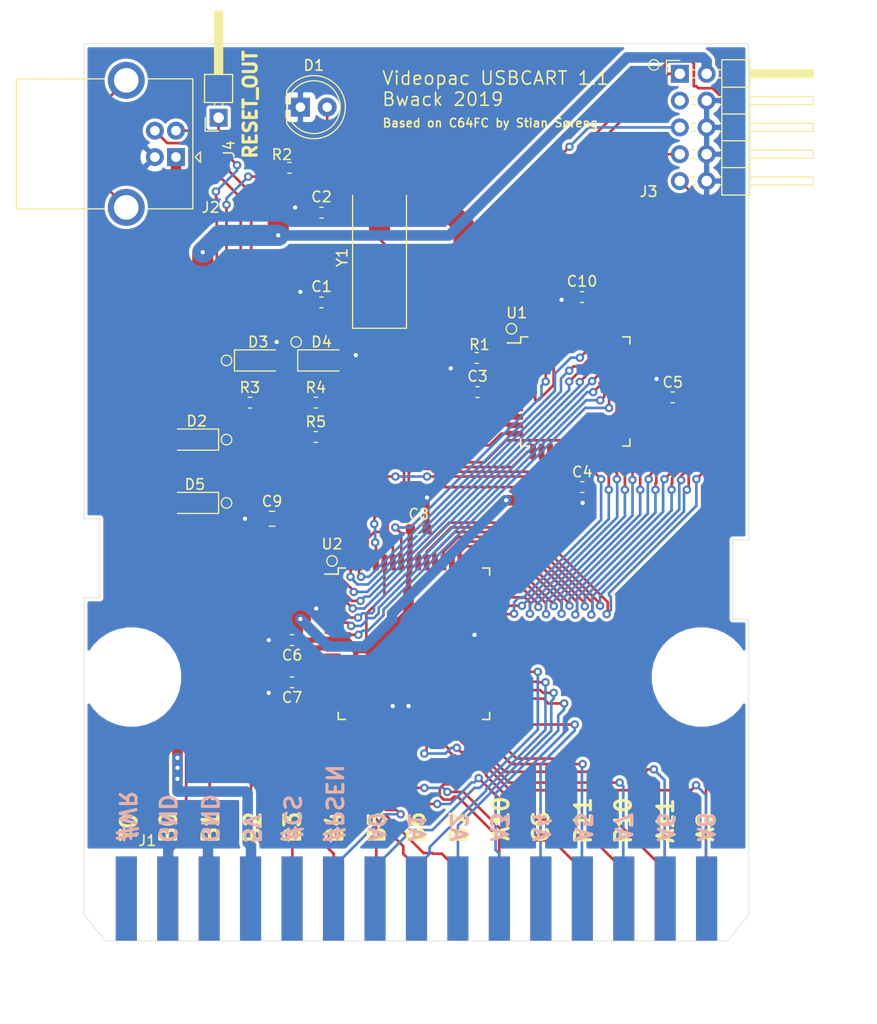
<source format=kicad_pcb>
(kicad_pcb (version 20171130) (host pcbnew "(5.1.0)-1")
  (layers (0 F.Cu signal) (31 B.Cu signal) (34 B.Paste user) (35 F.Paste user) (36 B.SilkS user) (37 F.SilkS user) (38 B.Mask user) (39 F.Mask user) (44 Edge.Cuts user))
  (net 0 "")
  (net 1 /D0)
  (net 2 GND)
  (net 3 +5V)
  (net 4 /D1)
  (net 5 /D2)
  (net 6 /D3)
  (net 7 /D4)
  (net 8 /D5)
  (net 9 /D6)
  (net 10 /D7)
  (net 11 /A10)
  (net 12 /A12)
  (net 13 /A13)
  (net 14 /A9)
  (net 15 /#PSEN)
  (net 16 /A0)
  (net 17 /A1)
  (net 18 /A2)
  (net 19 /A3)
  (net 20 /A5)
  (net 21 /A4)
  (net 22 /A7)
  (net 23 /A8)
  (net 24 /A6)
  (net 25 /A11)
  (net 26 /MCU_A13_MOSI)
  (net 27 /MCU_MISO)
  (net 28 /MCU_SCK)
  (net 29 /VUSB-)
  (net 30 /VUSB-2)
  (net 31 /VUSB+)
  (net 32 /MCU_R/#W)
  (net 33 /#MCU_OE)
  (net 34 /#MCU_CE)
  (net 35 /LED)
  (net 36 /MCU_A0)
  (net 37 /MCU_A1)
  (net 38 /MCU_A2)
  (net 39 /MCU_A3)
  (net 40 /MCU_A4)
  (net 41 /MCU_A5)
  (net 42 /MCU_A6)
  (net 43 /MCU_A7)
  (net 44 /MCU_D7)
  (net 45 /MCU_D6)
  (net 46 /MCU_D5)
  (net 47 /MCU_D4)
  (net 48 /MCU_D3)
  (net 49 /MCU_D2)
  (net 50 /MCU_D1)
  (net 51 /MCU_D0)
  (net 52 /MCU_A8)
  (net 53 /MCU_A9)
  (net 54 /MCU_A10)
  (net 55 /MCU_A11)
  (net 56 /MCU_A12)
  (net 57 "Net-(D1-Pad2)")
  (net 58 "Net-(J2-Pad5)")
  (net 59 /MCU_RESET)
  (net 60 /XTAL1)
  (net 61 /XTAL2)
  (net 62 /VBUS)
  (net 63 /D+)
  (net 64 /D-)
  (net 65 /5V_CART)
  (net 66 /#CS)
  (net 67 /#WR)
  (net 68 /CS)
  (net 69 /T0)
  (net 70 /TARGET_RESET)
  (module videopac-usbcart-kicad5:videopac-edgecon (layer F.Cu) (at 54 138)
    (fp_text reference J1 (at -25.5 -9.5) (layer F.SilkS))
    (fp_text value Videopac-edgeconnector)
    (pad "" np_thru_hole circle (at 27 -25) (size 5 5) (drill 5) (layers *.Cu *.Mask) (clearance 2.2))
    (pad "" np_thru_hole circle (at -27 -25) (size 5 5) (drill 5) (layers *.Cu *.Mask) (clearance 2.2))
    (pad 14 smd rect (at 23.571 -4) (size 2 8) (layers F.Cu F.Paste F.Mask) (net 25 /A11))
    (pad P smd rect (at 23.571 -4) (size 2 8) (layers B.Cu F.Paste F.Mask) (net 24 /A6))
    (pad R smd rect (at 27.5 -4) (size 2 8) (layers B.Cu F.Paste F.Mask) (net 23 /A8))
    (pad N smd rect (at 19.643 -4) (size 2 8) (layers B.Cu F.Paste F.Mask) (net 22 /A7))
    (pad L smd rect (at 11.786 -4) (size 2 8) (layers B.Cu F.Paste F.Mask) (net 21 /A4))
    (pad M smd rect (at 15.714 -4) (size 2 8) (layers B.Cu F.Paste F.Mask) (net 20 /A5))
    (pad F smd rect (at -7.857 -4) (size 2 8) (layers B.Cu F.Paste F.Mask) (net 15 /#PSEN))
    (pad G smd rect (at -3.929 -4) (size 2 8) (layers B.Cu F.Paste F.Mask) (net 16 /A0))
    (pad H smd rect (at 0 -4) (size 2 8) (layers B.Cu F.Paste F.Mask) (net 17 /A1))
    (pad J smd rect (at 3.929 -4) (size 2 8) (layers B.Cu F.Paste F.Mask) (net 18 /A2))
    (pad K smd rect (at 7.857 -4) (size 2 8) (layers B.Cu F.Paste F.Mask) (net 19 /A3))
    (pad E smd rect (at -11.786 -4) (size 2 8) (layers B.Cu F.Paste F.Mask) (net 66 /#CS))
    (pad D smd rect (at -15.714 -4) (size 2 8) (layers B.Cu F.Paste F.Mask) (net 65 /5V_CART))
    (pad C smd rect (at -19.643 -4) (size 2 8) (layers B.Cu F.Paste F.Mask) (net 2 GND))
    (pad B smd rect (at -23.571 -4) (size 2 8) (layers B.Cu F.Paste F.Mask) (net 2 GND))
    (pad A smd rect (at -27.5 -4) (size 2 8) (layers B.Cu F.Paste F.Mask) (net 67 /#WR))
    (pad 15 smd rect (at 27.5 -4) (size 2 8) (layers F.Cu F.Paste F.Mask) (net 14 /A9))
    (pad 13 smd rect (at 19.643 -4) (size 2 8) (layers F.Cu F.Paste F.Mask) (net 13 /A13))
    (pad 12 smd rect (at 15.714 -4) (size 2 8) (layers F.Cu F.Paste F.Mask) (net 12 /A12))
    (pad 11 smd rect (at 11.786 -4) (size 2 8) (layers F.Cu F.Paste F.Mask) (net 68 /CS))
    (pad 10 smd rect (at 7.857 -4) (size 2 8) (layers F.Cu F.Paste F.Mask) (net 11 /A10))
    (pad 9 smd rect (at 3.929 -4) (size 2 8) (layers F.Cu F.Paste F.Mask) (net 10 /D7))
    (pad 8 smd rect (at 0 -4) (size 2 8) (layers F.Cu F.Paste F.Mask) (net 9 /D6))
    (pad 7 smd rect (at -3.929 -4) (size 2 8) (layers F.Cu F.Paste F.Mask) (net 8 /D5))
    (pad 6 smd rect (at -7.857 -4) (size 2 8) (layers F.Cu F.Paste F.Mask) (net 7 /D4))
    (pad 5 smd rect (at -11.786 -4) (size 2 8) (layers F.Cu F.Paste F.Mask) (net 6 /D3))
    (pad 4 smd rect (at -15.714 -4) (size 2 8) (layers F.Cu F.Paste F.Mask) (net 5 /D2))
    (pad 3 smd rect (at -19.643 -4) (size 2 8) (layers F.Cu F.Paste F.Mask) (net 4 /D1))
    (pad 2 smd rect (at -23.571 -4) (size 2 8) (layers F.Cu F.Paste F.Mask) (net 1 /D0))
    (pad 1 smd rect (at -27.5 -4) (size 2 8) (layers F.Cu F.Paste F.Mask) (net 69 /T0))
  )
  (module Package_QFP:TQFP-44_10x10mm_P0.8mm (layer F.Cu) (at 69.055 85.94)
    (fp_text reference U1 (at -5.555 -7.45) (layer F.SilkS))
    (fp_text value ATmega16A-AU)
    (pad 1 smd rect (at -5.7 -4) (size 1.5 0.55) (layers F.Cu F.Paste F.Mask) (net 26 /MCU_A13_MOSI))
    (pad 2 smd rect (at -5.7 -3.2) (size 1.5 0.55) (layers F.Cu F.Paste F.Mask) (net 27 /MCU_MISO))
    (pad 3 smd rect (at -5.7 -2.4) (size 1.5 0.55) (layers F.Cu F.Paste F.Mask) (net 28 /MCU_SCK))
    (pad 4 smd rect (at -5.7 -1.6) (size 1.5 0.55) (layers F.Cu F.Paste F.Mask) (net 59 /MCU_RESET))
    (pad 5 smd rect (at -5.7 -0.8) (size 1.5 0.55) (layers F.Cu F.Paste F.Mask) (net 3 +5V))
    (pad 6 smd rect (at -5.7 0) (size 1.5 0.55) (layers F.Cu F.Paste F.Mask) (net 2 GND))
    (pad 7 smd rect (at -5.7 0.8) (size 1.5 0.55) (layers F.Cu F.Paste F.Mask) (net 61 /XTAL2))
    (pad 8 smd rect (at -5.7 1.6) (size 1.5 0.55) (layers F.Cu F.Paste F.Mask) (net 60 /XTAL1))
    (pad 9 smd rect (at -5.7 2.4) (size 1.5 0.55) (layers F.Cu F.Paste F.Mask) (net 29 /VUSB-))
    (pad 10 smd rect (at -5.7 3.2) (size 1.5 0.55) (layers F.Cu F.Paste F.Mask) (net 30 /VUSB-2))
    (pad 11 smd rect (at -5.7 4) (size 1.5 0.55) (layers F.Cu F.Paste F.Mask) (net 31 /VUSB+))
    (pad 12 smd rect (at -4 5.7 90) (size 1.5 0.55) (layers F.Cu F.Paste F.Mask) (net 32 /MCU_R/#W))
    (pad 13 smd rect (at -3.2 5.7 90) (size 1.5 0.55) (layers F.Cu F.Paste F.Mask) (net 33 /#MCU_OE))
    (pad 14 smd rect (at -2.4 5.7 90) (size 1.5 0.55) (layers F.Cu F.Paste F.Mask) (net 70 /TARGET_RESET))
    (pad 15 smd rect (at -1.6 5.7 90) (size 1.5 0.55) (layers F.Cu F.Paste F.Mask) (net 34 /#MCU_CE))
    (pad 16 smd rect (at -0.8 5.7 90) (size 1.5 0.55) (layers F.Cu F.Paste F.Mask) (net 35 /LED))
    (pad 17 smd rect (at 0 5.7 90) (size 1.5 0.55) (layers F.Cu F.Paste F.Mask) (net 3 +5V))
    (pad 18 smd rect (at 0.8 5.7 90) (size 1.5 0.55) (layers F.Cu F.Paste F.Mask) (net 2 GND))
    (pad 19 smd rect (at 1.6 5.7 90) (size 1.5 0.55) (layers F.Cu F.Paste F.Mask) (net 36 /MCU_A0))
    (pad 20 smd rect (at 2.4 5.7 90) (size 1.5 0.55) (layers F.Cu F.Paste F.Mask) (net 37 /MCU_A1))
    (pad 21 smd rect (at 3.2 5.7 90) (size 1.5 0.55) (layers F.Cu F.Paste F.Mask) (net 38 /MCU_A2))
    (pad 22 smd rect (at 4 5.7 90) (size 1.5 0.55) (layers F.Cu F.Paste F.Mask) (net 39 /MCU_A3))
    (pad 23 smd rect (at 5.7 4) (size 1.5 0.55) (layers F.Cu F.Paste F.Mask) (net 40 /MCU_A4))
    (pad 24 smd rect (at 5.7 3.2) (size 1.5 0.55) (layers F.Cu F.Paste F.Mask) (net 41 /MCU_A5))
    (pad 25 smd rect (at 5.7 2.4) (size 1.5 0.55) (layers F.Cu F.Paste F.Mask) (net 42 /MCU_A6))
    (pad 26 smd rect (at 5.7 1.6) (size 1.5 0.55) (layers F.Cu F.Paste F.Mask) (net 43 /MCU_A7))
    (pad 27 smd rect (at 5.7 0.8) (size 1.5 0.55) (layers F.Cu F.Paste F.Mask) (net 3 +5V))
    (pad 28 smd rect (at 5.7 0) (size 1.5 0.55) (layers F.Cu F.Paste F.Mask) (net 2 GND))
    (pad 29 smd rect (at 5.7 -0.8) (size 1.5 0.55) (layers F.Cu F.Paste F.Mask))
    (pad 30 smd rect (at 5.7 -1.6) (size 1.5 0.55) (layers F.Cu F.Paste F.Mask) (net 44 /MCU_D7))
    (pad 31 smd rect (at 5.7 -2.4) (size 1.5 0.55) (layers F.Cu F.Paste F.Mask) (net 45 /MCU_D6))
    (pad 32 smd rect (at 5.7 -3.2) (size 1.5 0.55) (layers F.Cu F.Paste F.Mask) (net 46 /MCU_D5))
    (pad 33 smd rect (at 5.7 -4) (size 1.5 0.55) (layers F.Cu F.Paste F.Mask) (net 47 /MCU_D4))
    (pad 34 smd rect (at 4 -5.7 90) (size 1.5 0.55) (layers F.Cu F.Paste F.Mask) (net 48 /MCU_D3))
    (pad 35 smd rect (at 3.2 -5.7 90) (size 1.5 0.55) (layers F.Cu F.Paste F.Mask) (net 49 /MCU_D2))
    (pad 36 smd rect (at 2.4 -5.7 90) (size 1.5 0.55) (layers F.Cu F.Paste F.Mask) (net 50 /MCU_D1))
    (pad 37 smd rect (at 1.6 -5.7 90) (size 1.5 0.55) (layers F.Cu F.Paste F.Mask) (net 51 /MCU_D0))
    (pad 38 smd rect (at 0.8 -5.7 90) (size 1.5 0.55) (layers F.Cu F.Paste F.Mask) (net 3 +5V))
    (pad 39 smd rect (at 0 -5.7 90) (size 1.5 0.55) (layers F.Cu F.Paste F.Mask) (net 2 GND))
    (pad 40 smd rect (at -0.8 -5.7 90) (size 1.5 0.55) (layers F.Cu F.Paste F.Mask) (net 52 /MCU_A8))
    (pad 41 smd rect (at -1.6 -5.7 90) (size 1.5 0.55) (layers F.Cu F.Paste F.Mask) (net 53 /MCU_A9))
    (pad 42 smd rect (at -2.4 -5.7 90) (size 1.5 0.55) (layers F.Cu F.Paste F.Mask) (net 54 /MCU_A10))
    (pad 43 smd rect (at -3.2 -5.7 90) (size 1.5 0.55) (layers F.Cu F.Paste F.Mask) (net 55 /MCU_A11))
    (pad 44 smd rect (at -4 -5.7 90) (size 1.5 0.55) (layers F.Cu F.Paste F.Mask) (net 56 /MCU_A12))
  )
  (module Crystal:Crystal_SMD_HC49-SD (layer F.Cu) (at 50.5 73.25 90)
    (fp_text reference Y1 (at 0 -3.55 90) (layer F.SilkS))
    (fp_text value 12MHz)
    (pad 1 smd rect (at -4.25 0 90) (size 4.5 2) (layers F.Cu F.Paste F.Mask) (net 60 /XTAL1))
    (pad 2 smd rect (at 4.25 0 90) (size 4.5 2) (layers F.Cu F.Paste F.Mask) (net 61 /XTAL2))
  )
  (module Capacitor_SMD:C_0603_1608Metric (layer F.Cu) (at 45 77.5 180)
    (fp_text reference C1 (at 0 1.5 180) (layer F.SilkS))
    (fp_text value 22pF)
    (pad 2 smd roundrect (at 0.7875 0 180) (size 0.875 0.95) (layers F.Cu F.Paste F.Mask) (net 2 GND))
    (pad 1 smd roundrect (at -0.7875 0 180) (size 0.875 0.95) (layers F.Cu F.Paste F.Mask) (net 60 /XTAL1))
  )
  (module Capacitor_SMD:C_0603_1608Metric (layer F.Cu) (at 45 69 180)
    (fp_text reference C2 (at 0 1.5 180) (layer F.SilkS))
    (fp_text value 22pF)
    (pad 1 smd roundrect (at -0.7875 0 180) (size 0.875 0.95) (layers F.Cu F.Paste F.Mask) (net 61 /XTAL2))
    (pad 2 smd roundrect (at 0.7875 0 180) (size 0.875 0.95) (layers F.Cu F.Paste F.Mask) (net 2 GND))
  )
  (module Capacitor_SMD:C_0603_1608Metric (layer F.Cu) (at 59.7875 86 180)
    (fp_text reference C3 (at 0 1.5 180) (layer F.SilkS))
    (fp_text value 100nF)
    (pad 1 smd roundrect (at -0.7875 0 180) (size 0.875 0.95) (layers F.Cu F.Paste F.Mask) (net 3 +5V))
    (pad 2 smd roundrect (at 0.7875 0 180) (size 0.875 0.95) (layers F.Cu F.Paste F.Mask) (net 2 GND))
  )
  (module Resistor_SMD:R_0603_1608Metric (layer F.Cu) (at 59.7125 82.765 180)
    (fp_text reference R1 (at -0.2575 1.265 180) (layer F.SilkS))
    (fp_text value 4k7)
    (pad 1 smd roundrect (at -0.7875 0 180) (size 0.875 0.95) (layers F.Cu F.Paste F.Mask) (net 59 /MCU_RESET))
    (pad 2 smd roundrect (at 0.7875 0 180) (size 0.875 0.95) (layers F.Cu F.Paste F.Mask) (net 3 +5V))
  )
  (module Resistor_SMD:R_0603_1608Metric (layer F.Cu) (at 41.9625 64.75 180)
    (fp_text reference R2 (at 0.7125 1.25) (layer F.SilkS))
    (fp_text value 510)
    (pad 1 smd roundrect (at -0.7875 0 180) (size 0.875 0.95) (layers F.Cu F.Paste F.Mask) (net 57 "Net-(D1-Pad2)"))
    (pad 2 smd roundrect (at 0.7875 0 180) (size 0.875 0.95) (layers F.Cu F.Paste F.Mask) (net 35 /LED))
  )
  (module Capacitor_SMD:C_0603_1608Metric (layer F.Cu) (at 69.7125 95)
    (fp_text reference C4 (at 0 -1.43) (layer F.SilkS))
    (fp_text value 100nF)
    (pad 1 smd roundrect (at -0.7875 0) (size 0.875 0.95) (layers F.Cu F.Paste F.Mask) (net 3 +5V))
    (pad 2 smd roundrect (at 0.7875 0) (size 0.875 0.95) (layers F.Cu F.Paste F.Mask) (net 2 GND))
  )
  (module Capacitor_SMD:C_0603_1608Metric (layer F.Cu) (at 78.2875 86.5)
    (fp_text reference C5 (at 0 -1.43) (layer F.SilkS))
    (fp_text value 100nF)
    (pad 2 smd roundrect (at 0.7875 0) (size 0.875 0.95) (layers F.Cu F.Paste F.Mask) (net 2 GND))
    (pad 1 smd roundrect (at -0.7875 0) (size 0.875 0.95) (layers F.Cu F.Paste F.Mask) (net 3 +5V))
  )
  (module Capacitor_SMD:C_0603_1608Metric (layer F.Cu) (at 42.2125 109.5 180)
    (fp_text reference C6 (at 0 -1.43 180) (layer F.SilkS))
    (fp_text value 100nF)
    (pad 1 smd roundrect (at -0.7875 0 180) (size 0.875 0.95) (layers F.Cu F.Paste F.Mask) (net 3 +5V))
    (pad 2 smd roundrect (at 0.7875 0 180) (size 0.875 0.95) (layers F.Cu F.Paste F.Mask) (net 2 GND))
  )
  (module Capacitor_SMD:C_0603_1608Metric (layer F.Cu) (at 42.2125 113.5 180)
    (fp_text reference C7 (at 0 -1.43 180) (layer F.SilkS))
    (fp_text value 100nF)
    (pad 2 smd roundrect (at 0.7875 0 180) (size 0.875 0.95) (layers F.Cu F.Paste F.Mask) (net 2 GND))
    (pad 1 smd roundrect (at -0.7875 0 180) (size 0.875 0.95) (layers F.Cu F.Paste F.Mask) (net 3 +5V))
  )
  (module Capacitor_SMD:C_0603_1608Metric (layer F.Cu) (at 54.2125 99)
    (fp_text reference C8 (at 0 -1.43) (layer F.SilkS))
    (fp_text value 100nF)
    (pad 1 smd roundrect (at -0.7875 0) (size 0.875 0.95) (layers F.Cu F.Paste F.Mask) (net 3 +5V))
    (pad 2 smd roundrect (at 0.7875 0) (size 0.875 0.95) (layers F.Cu F.Paste F.Mask) (net 2 GND))
  )
  (module Connector_USB:USB_B_OST_USB-B1HSxx_Horizontal (layer F.Cu) (at 31.21 63.73 180)
    (fp_text reference J2 (at -3.29 -4.77 180) (layer F.SilkS))
    (fp_text value USB_B)
    (pad 1 thru_hole rect (at 0 0 180) (size 1.7 1.7) (drill 0.92) (layers *.Cu *.Mask) (net 62 /VBUS))
    (pad 2 thru_hole circle (at 0 2.5 180) (size 1.7 1.7) (drill 0.92) (layers *.Cu *.Mask) (net 64 /D-))
    (pad 3 thru_hole circle (at 2 2.5 180) (size 1.7 1.7) (drill 0.92) (layers *.Cu *.Mask) (net 63 /D+))
    (pad 4 thru_hole circle (at 2 0 180) (size 1.7 1.7) (drill 0.92) (layers *.Cu *.Mask) (net 2 GND))
    (pad 5 thru_hole circle (at 4.71 -4.77 180) (size 3.5 3.5) (drill 2.33) (layers *.Cu *.Mask) (net 58 "Net-(J2-Pad5)"))
    (pad 5 thru_hole circle (at 4.71 7.27 180) (size 3.5 3.5) (drill 2.33) (layers *.Cu *.Mask) (net 58 "Net-(J2-Pad5)"))
  )
  (module Package_QFP:TQFP-64_14x14mm_P0.8mm (layer F.Cu) (at 53.76 109.845)
    (fp_text reference U2 (at -7.76 -9.45) (layer F.SilkS))
    (fp_text value IDT7006PF-PN64)
    (pad 1 smd rect (at -7.7 -6) (size 1.5 0.55) (layers F.Cu F.Paste F.Mask) (net 49 /MCU_D2))
    (pad 2 smd rect (at -7.7 -5.2) (size 1.5 0.55) (layers F.Cu F.Paste F.Mask) (net 48 /MCU_D3))
    (pad 3 smd rect (at -7.7 -4.4) (size 1.5 0.55) (layers F.Cu F.Paste F.Mask) (net 47 /MCU_D4))
    (pad 4 smd rect (at -7.7 -3.6) (size 1.5 0.55) (layers F.Cu F.Paste F.Mask) (net 46 /MCU_D5))
    (pad 5 smd rect (at -7.7 -2.8) (size 1.5 0.55) (layers F.Cu F.Paste F.Mask) (net 2 GND))
    (pad 6 smd rect (at -7.7 -2) (size 1.5 0.55) (layers F.Cu F.Paste F.Mask) (net 45 /MCU_D6))
    (pad 7 smd rect (at -7.7 -1.2) (size 1.5 0.55) (layers F.Cu F.Paste F.Mask) (net 44 /MCU_D7))
    (pad 8 smd rect (at -7.7 -0.4) (size 1.5 0.55) (layers F.Cu F.Paste F.Mask) (net 3 +5V))
    (pad 9 smd rect (at -7.7 0.4) (size 1.5 0.55) (layers F.Cu F.Paste F.Mask) (net 2 GND))
    (pad 10 smd rect (at -7.7 1.2) (size 1.5 0.55) (layers F.Cu F.Paste F.Mask) (net 1 /D0))
    (pad 11 smd rect (at -7.7 2) (size 1.5 0.55) (layers F.Cu F.Paste F.Mask) (net 4 /D1))
    (pad 12 smd rect (at -7.7 2.8) (size 1.5 0.55) (layers F.Cu F.Paste F.Mask) (net 5 /D2))
    (pad 13 smd rect (at -7.7 3.6) (size 1.5 0.55) (layers F.Cu F.Paste F.Mask) (net 3 +5V))
    (pad 14 smd rect (at -7.7 4.4) (size 1.5 0.55) (layers F.Cu F.Paste F.Mask) (net 6 /D3))
    (pad 15 smd rect (at -7.7 5.2) (size 1.5 0.55) (layers F.Cu F.Paste F.Mask) (net 7 /D4))
    (pad 16 smd rect (at -7.7 6) (size 1.5 0.55) (layers F.Cu F.Paste F.Mask) (net 8 /D5))
    (pad 17 smd rect (at -6 7.7 90) (size 1.5 0.55) (layers F.Cu F.Paste F.Mask) (net 9 /D6))
    (pad 18 smd rect (at -5.2 7.7 90) (size 1.5 0.55) (layers F.Cu F.Paste F.Mask) (net 10 /D7))
    (pad 19 smd rect (at -4.4 7.7 90) (size 1.5 0.55) (layers F.Cu F.Paste F.Mask) (net 15 /#PSEN))
    (pad 20 smd rect (at -3.6 7.7 90) (size 1.5 0.55) (layers F.Cu F.Paste F.Mask) (net 3 +5V))
    (pad 21 smd rect (at -2.8 7.7 90) (size 1.5 0.55) (layers F.Cu F.Paste F.Mask) (net 3 +5V))
    (pad 22 smd rect (at -2 7.7 90) (size 1.5 0.55) (layers F.Cu F.Paste F.Mask) (net 2 GND))
    (pad 23 smd rect (at -1.2 7.7 90) (size 1.5 0.55) (layers F.Cu F.Paste F.Mask) (net 13 /A13))
    (pad 24 smd rect (at -0.4 7.7 90) (size 1.5 0.55) (layers F.Cu F.Paste F.Mask) (net 2 GND))
    (pad 25 smd rect (at 0.4 7.7 90) (size 1.5 0.55) (layers F.Cu F.Paste F.Mask) (net 12 /A12))
    (pad 26 smd rect (at 1.2 7.7 90) (size 1.5 0.55) (layers F.Cu F.Paste F.Mask) (net 25 /A11))
    (pad 27 smd rect (at 2 7.7 90) (size 1.5 0.55) (layers F.Cu F.Paste F.Mask) (net 11 /A10))
    (pad 28 smd rect (at 2.8 7.7 90) (size 1.5 0.55) (layers F.Cu F.Paste F.Mask) (net 14 /A9))
    (pad 29 smd rect (at 3.6 7.7 90) (size 1.5 0.55) (layers F.Cu F.Paste F.Mask) (net 23 /A8))
    (pad 30 smd rect (at 4.4 7.7 90) (size 1.5 0.55) (layers F.Cu F.Paste F.Mask) (net 22 /A7))
    (pad 31 smd rect (at 5.2 7.7 90) (size 1.5 0.55) (layers F.Cu F.Paste F.Mask) (net 24 /A6))
    (pad 32 smd rect (at 6 7.7 90) (size 1.5 0.55) (layers F.Cu F.Paste F.Mask) (net 20 /A5))
    (pad 33 smd rect (at 7.7 6) (size 1.5 0.55) (layers F.Cu F.Paste F.Mask) (net 21 /A4))
    (pad 34 smd rect (at 7.7 5.2) (size 1.5 0.55) (layers F.Cu F.Paste F.Mask) (net 19 /A3))
    (pad 35 smd rect (at 7.7 4.4) (size 1.5 0.55) (layers F.Cu F.Paste F.Mask) (net 18 /A2))
    (pad 36 smd rect (at 7.7 3.6) (size 1.5 0.55) (layers F.Cu F.Paste F.Mask) (net 17 /A1))
    (pad 37 smd rect (at 7.7 2.8) (size 1.5 0.55) (layers F.Cu F.Paste F.Mask) (net 16 /A0))
    (pad 38 smd rect (at 7.7 2) (size 1.5 0.55) (layers F.Cu F.Paste F.Mask))
    (pad 39 smd rect (at 7.7 1.2) (size 1.5 0.55) (layers F.Cu F.Paste F.Mask))
    (pad 40 smd rect (at 7.7 0.4) (size 1.5 0.55) (layers F.Cu F.Paste F.Mask) (net 3 +5V))
    (pad 41 smd rect (at 7.7 -0.4) (size 1.5 0.55) (layers F.Cu F.Paste F.Mask) (net 2 GND))
    (pad 42 smd rect (at 7.7 -1.2) (size 1.5 0.55) (layers F.Cu F.Paste F.Mask))
    (pad 43 smd rect (at 7.7 -2) (size 1.5 0.55) (layers F.Cu F.Paste F.Mask))
    (pad 44 smd rect (at 7.7 -2.8) (size 1.5 0.55) (layers F.Cu F.Paste F.Mask) (net 36 /MCU_A0))
    (pad 45 smd rect (at 7.7 -3.6) (size 1.5 0.55) (layers F.Cu F.Paste F.Mask) (net 37 /MCU_A1))
    (pad 46 smd rect (at 7.7 -4.4) (size 1.5 0.55) (layers F.Cu F.Paste F.Mask) (net 38 /MCU_A2))
    (pad 47 smd rect (at 7.7 -5.2) (size 1.5 0.55) (layers F.Cu F.Paste F.Mask) (net 39 /MCU_A3))
    (pad 48 smd rect (at 7.7 -6) (size 1.5 0.55) (layers F.Cu F.Paste F.Mask) (net 40 /MCU_A4))
    (pad 49 smd rect (at 6 -7.7 90) (size 1.5 0.55) (layers F.Cu F.Paste F.Mask) (net 41 /MCU_A5))
    (pad 50 smd rect (at 5.2 -7.7 90) (size 1.5 0.55) (layers F.Cu F.Paste F.Mask) (net 42 /MCU_A6))
    (pad 51 smd rect (at 4.4 -7.7 90) (size 1.5 0.55) (layers F.Cu F.Paste F.Mask) (net 43 /MCU_A7))
    (pad 52 smd rect (at 3.6 -7.7 90) (size 1.5 0.55) (layers F.Cu F.Paste F.Mask) (net 52 /MCU_A8))
    (pad 53 smd rect (at 2.8 -7.7 90) (size 1.5 0.55) (layers F.Cu F.Paste F.Mask) (net 53 /MCU_A9))
    (pad 54 smd rect (at 2 -7.7 90) (size 1.5 0.55) (layers F.Cu F.Paste F.Mask) (net 54 /MCU_A10))
    (pad 55 smd rect (at 1.2 -7.7 90) (size 1.5 0.55) (layers F.Cu F.Paste F.Mask) (net 55 /MCU_A11))
    (pad 56 smd rect (at 0.4 -7.7 90) (size 1.5 0.55) (layers F.Cu F.Paste F.Mask) (net 56 /MCU_A12))
    (pad 57 smd rect (at -0.4 -7.7 90) (size 1.5 0.55) (layers F.Cu F.Paste F.Mask) (net 3 +5V))
    (pad 58 smd rect (at -1.2 -7.7 90) (size 1.5 0.55) (layers F.Cu F.Paste F.Mask) (net 26 /MCU_A13_MOSI))
    (pad 59 smd rect (at -2 -7.7 90) (size 1.5 0.55) (layers F.Cu F.Paste F.Mask) (net 34 /#MCU_CE))
    (pad 60 smd rect (at -2.8 -7.7 90) (size 1.5 0.55) (layers F.Cu F.Paste F.Mask) (net 3 +5V))
    (pad 61 smd rect (at -3.6 -7.7 90) (size 1.5 0.55) (layers F.Cu F.Paste F.Mask) (net 32 /MCU_R/#W))
    (pad 62 smd rect (at -4.4 -7.7 90) (size 1.5 0.55) (layers F.Cu F.Paste F.Mask) (net 33 /#MCU_OE))
    (pad 63 smd rect (at -5.2 -7.7 90) (size 1.5 0.55) (layers F.Cu F.Paste F.Mask) (net 51 /MCU_D0))
    (pad 64 smd rect (at -6 -7.7 90) (size 1.5 0.55) (layers F.Cu F.Paste F.Mask) (net 50 /MCU_D1))
  )
  (module Diode_SMD:D_SOD-123 (layer F.Cu) (at 33 90.5 180)
    (fp_text reference D2 (at -0.18 1.75 180) (layer F.SilkS))
    (fp_text value MBR0520)
    (pad 1 smd rect (at -1.65 0 180) (size 0.9 1.2) (layers F.Cu F.Paste F.Mask) (net 3 +5V))
    (pad 2 smd rect (at 1.65 0 180) (size 0.9 1.2) (layers F.Cu F.Paste F.Mask) (net 62 /VBUS))
  )
  (module Diode_SMD:D_SOD-123 (layer F.Cu) (at 39 83)
    (fp_text reference D3 (at 0 -1.75) (layer F.SilkS))
    (fp_text value BZT52Bxx)
    (pad 2 smd rect (at 1.65 0) (size 0.9 1.2) (layers F.Cu F.Paste F.Mask) (net 2 GND))
    (pad 1 smd rect (at -1.65 0) (size 0.9 1.2) (layers F.Cu F.Paste F.Mask) (net 63 /D+))
  )
  (module Diode_SMD:D_SOD-123 (layer F.Cu) (at 45 83)
    (fp_text reference D4 (at 0 -1.75) (layer F.SilkS))
    (fp_text value BZT52Bxx)
    (pad 1 smd rect (at -1.65 0) (size 0.9 1.2) (layers F.Cu F.Paste F.Mask) (net 64 /D-))
    (pad 2 smd rect (at 1.65 0) (size 0.9 1.2) (layers F.Cu F.Paste F.Mask) (net 2 GND))
  )
  (module Diode_SMD:D_SOD-123 (layer F.Cu) (at 33 96.5 180)
    (fp_text reference D5 (at 0 1.75 180) (layer F.SilkS))
    (fp_text value MBR0520)
    (pad 2 smd rect (at 1.65 0 180) (size 0.9 1.2) (layers F.Cu F.Paste F.Mask) (net 65 /5V_CART))
    (pad 1 smd rect (at -1.65 0 180) (size 0.9 1.2) (layers F.Cu F.Paste F.Mask) (net 3 +5V))
  )
  (module Resistor_SMD:R_0603_1608Metric (layer F.Cu) (at 38.2125 87)
    (fp_text reference R3 (at 0 -1.43) (layer F.SilkS))
    (fp_text value 68)
    (pad 1 smd roundrect (at -0.7875 0) (size 0.875 0.95) (layers F.Cu F.Paste F.Mask) (net 63 /D+))
    (pad 2 smd roundrect (at 0.7875 0) (size 0.875 0.95) (layers F.Cu F.Paste F.Mask) (net 31 /VUSB+))
  )
  (module Resistor_SMD:R_0603_1608Metric (layer F.Cu) (at 44.4625 87)
    (fp_text reference R4 (at 0 -1.43) (layer F.SilkS))
    (fp_text value 68 hide)
    (pad 2 smd roundrect (at 0.7875 0) (size 0.875 0.95) (layers F.Cu F.Paste F.Mask) (net 29 /VUSB-))
    (pad 1 smd roundrect (at -0.7875 0) (size 0.875 0.95) (layers F.Cu F.Paste F.Mask) (net 64 /D-))
  )
  (module Resistor_SMD:R_0603_1608Metric (layer F.Cu) (at 44.4625 90.25)
    (fp_text reference R5 (at 0 -1.43) (layer F.SilkS))
    (fp_text value 1k5)
    (pad 1 smd roundrect (at -0.7875 0) (size 0.875 0.95) (layers F.Cu F.Paste F.Mask) (net 64 /D-))
    (pad 2 smd roundrect (at 0.7875 0) (size 0.875 0.95) (layers F.Cu F.Paste F.Mask) (net 30 /VUSB-2))
  )
  (module Connector_PinHeader_2.54mm:PinHeader_2x05_P2.54mm_Horizontal (layer F.Cu) (at 78.96 55.84)
    (fp_text reference J3 (at -2.96 11.16) (layer F.SilkS))
    (fp_text value AVR-ISP-10)
    (pad 10 thru_hole oval (at 2.54 10.16) (size 1.7 1.7) (drill 1) (layers *.Cu *.Mask) (net 2 GND))
    (pad 9 thru_hole oval (at 0 10.16) (size 1.7 1.7) (drill 1) (layers *.Cu *.Mask) (net 27 /MCU_MISO))
    (pad 8 thru_hole oval (at 2.54 7.62) (size 1.7 1.7) (drill 1) (layers *.Cu *.Mask) (net 2 GND))
    (pad 7 thru_hole oval (at 0 7.62) (size 1.7 1.7) (drill 1) (layers *.Cu *.Mask) (net 28 /MCU_SCK))
    (pad 6 thru_hole oval (at 2.54 5.08) (size 1.7 1.7) (drill 1) (layers *.Cu *.Mask) (net 2 GND))
    (pad 5 thru_hole oval (at 0 5.08) (size 1.7 1.7) (drill 1) (layers *.Cu *.Mask) (net 59 /MCU_RESET))
    (pad 4 thru_hole oval (at 2.54 2.54) (size 1.7 1.7) (drill 1) (layers *.Cu *.Mask) (net 2 GND))
    (pad 3 thru_hole oval (at 0 2.54) (size 1.7 1.7) (drill 1) (layers *.Cu *.Mask))
    (pad 2 thru_hole oval (at 2.54 0) (size 1.7 1.7) (drill 1) (layers *.Cu *.Mask) (net 3 +5V))
    (pad 1 thru_hole rect (at 0 0) (size 1.7 1.7) (drill 1) (layers *.Cu *.Mask) (net 26 /MCU_A13_MOSI))
  )
  (module Capacitor_SMD:C_0805_2012Metric (layer F.Cu) (at 40.3125 98)
    (fp_text reference C9 (at 0 -1.65) (layer F.SilkS))
    (fp_text value 4u7)
    (pad 2 smd roundrect (at 0.9375 0) (size 0.975 1.4) (layers F.Cu F.Paste F.Mask) (net 3 +5V))
    (pad 1 smd roundrect (at -0.9375 0) (size 0.975 1.4) (layers F.Cu F.Paste F.Mask) (net 2 GND))
  )
  (module Connector_PinHeader_2.54mm:PinHeader_1x01_P2.54mm_Horizontal (layer F.Cu) (at 35.25 60 90)
    (fp_text reference J4 (at -3 1 90) (layer F.SilkS))
    (fp_text value Conn_01x01_Male)
    (pad 1 thru_hole rect (at 0 0 90) (size 1.7 1.7) (drill 1) (layers *.Cu *.Mask) (net 70 /TARGET_RESET))
  )
  (module Capacitor_SMD:C_0603_1608Metric (layer F.Cu) (at 69.69 77 180)
    (fp_text reference C10 (at 0 1.5 180) (layer F.SilkS))
    (fp_text value 100nF)
    (pad 1 smd roundrect (at -0.7875 0 180) (size 0.875 0.95) (layers F.Cu F.Paste F.Mask) (net 3 +5V))
    (pad 2 smd roundrect (at 0.7875 0 180) (size 0.875 0.95) (layers F.Cu F.Paste F.Mask) (net 2 GND))
  )
  (module LED_THT:LED_D5.0mm_Clear (layer F.Cu) (at 43 59)
    (fp_text reference D1 (at 1.27 -3.96) (layer F.SilkS))
    (fp_text value LED)
    (pad 1 thru_hole rect (at 0 0) (size 1.8 1.8) (drill 0.9) (layers *.Cu *.Mask) (net 2 GND))
    (pad 2 thru_hole circle (at 2.54 0) (size 1.8 1.8) (drill 0.9) (layers *.Cu *.Mask) (net 57 "Net-(D1-Pad2)"))
  )
  (gr_circle (center 36 83) (end 36.5 83) (layer F.SilkS) (width 0.12))
  (gr_circle (center 42.6 81.25) (end 43.1 81.25) (layer F.SilkS) (width 0.12))
  (gr_circle (center 36 96.5) (end 36.5 96.5) (layer F.SilkS) (width 0.12))
  (gr_circle (center 36 90.5) (end 36.5 90.5) (layer F.SilkS) (width 0.12))
  (gr_circle (center 63 80) (end 63.5 80) (layer F.SilkS) (width 0.12))
  (gr_circle (center 46 102) (end 46.5 102) (layer F.SilkS) (width 0.12))
  (gr_circle (center 76.5 55) (end 77 55) (layer F.SilkS) (width 0.12))
  (gr_text "#WR" (at 26.6 126.2 -90) (layer B.SilkS) (effects (font (size 1.5 1.5) (thickness 0.3)) (justify mirror)))
  (gr_text GND (at 30.4 126.4 -90) (layer B.SilkS) (effects (font (size 1.5 1.5) (thickness 0.3)) (justify mirror)))
  (gr_text GND (at 34.4 126.4 -90) (layer B.SilkS) (effects (font (size 1.5 1.5) (thickness 0.3)) (justify mirror)))
  (gr_text 5V (at 38.4 127.4 -90) (layer B.SilkS) (effects (font (size 1.5 1.5) (thickness 0.3)) (justify mirror)))
  (gr_text "#CS" (at 42.2 126.4 -90) (layer B.SilkS) (effects (font (size 1.5 1.5) (thickness 0.3)) (justify mirror)))
  (gr_text A0 (at 50.2 127.2 -90) (layer B.SilkS) (effects (font (size 1.5 1.5) (thickness 0.3)) (justify mirror)))
  (gr_text A1 (at 54 127.2 -90) (layer B.SilkS) (effects (font (size 1.5 1.5) (thickness 0.3)) (justify mirror)))
  (gr_text A2 (at 58 127.2 -90) (layer B.SilkS) (effects (font (size 1.5 1.5) (thickness 0.3)) (justify mirror)))
  (gr_text A3 (at 61.8 127.2 -90) (layer B.SilkS) (effects (font (size 1.5 1.5) (thickness 0.3)) (justify mirror)))
  (gr_text "#PSEN" (at 46.2 125 -90) (layer B.SilkS) (effects (font (size 1.5 1.5) (thickness 0.3)) (justify mirror)))
  (gr_text A4 (at 65.8 127.2 -90) (layer B.SilkS) (effects (font (size 1.5 1.5) (thickness 0.3)) (justify mirror)))
  (gr_text A5 (at 69.8 127.2 -90) (layer B.SilkS) (effects (font (size 1.5 1.5) (thickness 0.3)) (justify mirror)))
  (gr_text A7 (at 73.6 127.2 -90) (layer B.SilkS) (effects (font (size 1.5 1.5) (thickness 0.3)) (justify mirror)))
  (gr_text A6 (at 77.6 127.2 -90) (layer B.SilkS) (effects (font (size 1.5 1.5) (thickness 0.3)) (justify mirror)))
  (gr_text A8 (at 81.4 127.2 -90) (layer B.SilkS) (effects (font (size 1.5 1.5) (thickness 0.3)) (justify mirror)))
  (gr_text A9 (at 81.4 127.2 90) (layer F.SilkS) (effects (font (size 1.5 1.5) (thickness 0.3))))
  (gr_text A11 (at 77.6 126.6 90) (layer F.SilkS) (effects (font (size 1.5 1.5) (thickness 0.3))))
  (gr_text P10 (at 73.6 126.6 90) (layer F.SilkS) (effects (font (size 1.5 1.5) (thickness 0.3))))
  (gr_text P11 (at 69.8 126.6 90) (layer F.SilkS) (effects (font (size 1.5 1.5) (thickness 0.3))))
  (gr_text CS (at 65.8 127.2 90) (layer F.SilkS) (effects (font (size 1.5 1.5) (thickness 0.3))))
  (gr_text A10 (at 62 126.4 90) (layer F.SilkS) (effects (font (size 1.5 1.5) (thickness 0.3))))
  (gr_text B7 (at 58 127.25 90) (layer F.SilkS) (effects (font (size 1.5 1.5) (thickness 0.3))))
  (gr_text B6 (at 54 127.25 90) (layer F.SilkS) (effects (font (size 1.5 1.5) (thickness 0.3))))
  (gr_text B5 (at 50.25 127.25 90) (layer F.SilkS) (effects (font (size 1.5 1.5) (thickness 0.3))))
  (gr_text B4 (at 46.25 127.25 90) (layer F.SilkS) (effects (font (size 1.5 1.5) (thickness 0.3))))
  (gr_text B3 (at 42.25 127.25 90) (layer F.SilkS) (effects (font (size 1.5 1.5) (thickness 0.3))))
  (gr_text B2 (at 38.5 127.25 90) (layer F.SilkS) (effects (font (size 1.5 1.5) (thickness 0.3))))
  (gr_text B1 (at 34.5 127.25 90) (layer F.SilkS) (effects (font (size 1.5 1.5) (thickness 0.3))))
  (gr_text B0 (at 30.5 127.25 90) (layer F.SilkS) (effects (font (size 1.5 1.5) (thickness 0.3))))
  (gr_text T0 (at 26.75 127.25 90) (layer F.SilkS) (effects (font (size 1.5 1.5) (thickness 0.3))))
  (gr_text RESET_OUT (at 38.25 58.75 90) (layer F.SilkS) (effects (font (size 1.25 1.25) (thickness 0.3))))
  (gr_text "Based on C64FC by Stian Søreng" (at 61 60.5) (layer F.SilkS) (effects (font (size 0.8 0.8))))
  (gr_text "Bwack 2019" (at 56.5 58.25) (layer F.SilkS) (effects (font (size 1.25 1.25))))
  (gr_text "Videopac USBCART 1.1" (at 61.5 56.25) (layer F.SilkS) (effects (font (size 1.25 1.25))))
  (gr_line (start 83.5 138) (end 24.5 138) (layer Edge.Cuts) (width 0.05))
  (gr_line (start 85.5 135.5) (end 83.5 138) (layer Edge.Cuts) (width 0.05))
  (gr_line (start 85.5 107.5) (end 85.5 135.5) (layer Edge.Cuts) (width 0.05))
  (gr_line (start 84 107.5) (end 85.5 107.5) (layer Edge.Cuts) (width 0.05))
  (gr_line (start 84 100) (end 84 107.5) (layer Edge.Cuts) (width 0.05))
  (gr_line (start 85.5 100) (end 84 100) (layer Edge.Cuts) (width 0.05))
  (gr_line (start 85.5 53) (end 85.5 100) (layer Edge.Cuts) (width 0.05))
  (gr_line (start 22.5 53) (end 85.5 53) (layer Edge.Cuts) (width 0.05))
  (gr_line (start 22.5 98) (end 22.5 53) (layer Edge.Cuts) (width 0.05))
  (gr_line (start 24 98) (end 22.5 98) (layer Edge.Cuts) (width 0.05))
  (gr_line (start 24 105.5) (end 24 98) (layer Edge.Cuts) (width 0.05))
  (gr_line (start 22.5 105.5) (end 24 105.5) (layer Edge.Cuts) (width 0.05))
  (gr_line (start 22.5 135.5) (end 22.5 105.5) (layer Edge.Cuts) (width 0.05))
  (gr_line (start 24.5 138) (end 22.5 135.5) (layer Edge.Cuts) (width 0.05))
  (segment (start 42.636006 111.045) (end 46.06 111.045) (width 0.25) (layer F.Cu) (net 1))
  (segment (start 30.48 129.75) (end 32.17501 128.05499) (width 0.25) (layer F.Cu) (net 1))
  (segment (start 30.48 134) (end 30.48 129.75) (width 0.25) (layer F.Cu) (net 1))
  (segment (start 32.17501 128.05499) (end 32.17501 118.07499) (width 0.25) (layer F.Cu) (net 1))
  (segment (start 32.17501 118.07499) (end 39.159497 111.090503) (width 0.25) (layer F.Cu) (net 1))
  (segment (start 39.159497 111.090503) (end 42.590503 111.090503) (width 0.25) (layer F.Cu) (net 1))
  (segment (start 42.590503 111.090503) (end 42.636006 111.045) (width 0.25) (layer F.Cu) (net 1))
  (segment (start 69.855 94.355) (end 69.855 91.64) (width 0.5) (layer F.Cu) (net 2))
  (segment (start 70.5 95) (end 69.855 94.355) (width 0.5) (layer F.Cu) (net 2))
  (segment (start 74.755 85.94) (end 76.31 85.94) (width 0.5) (layer F.Cu) (net 2))
  (segment (start 78.613388 86.038388) (end 79.075 86.5) (width 0.5) (layer F.Cu) (net 2))
  (segment (start 78.14999 85.57499) (end 78.613388 86.038388) (width 0.5) (layer F.Cu) (net 2))
  (segment (start 76.67501 85.57499) (end 78.14999 85.57499) (width 0.5) (layer F.Cu) (net 2))
  (segment (start 76.31 85.94) (end 76.67501 85.57499) (width 0.5) (layer F.Cu) (net 2))
  (segment (start 59.461612 86.461612) (end 59 86) (width 0.5) (layer F.Cu) (net 2))
  (segment (start 59.92501 86.92501) (end 59.461612 86.461612) (width 0.5) (layer F.Cu) (net 2))
  (segment (start 61.070762 86.92501) (end 59.92501 86.92501) (width 0.5) (layer F.Cu) (net 2))
  (segment (start 62.055772 85.94) (end 61.070762 86.92501) (width 0.5) (layer F.Cu) (net 2))
  (segment (start 63.355 85.94) (end 62.055772 85.94) (width 0.5) (layer F.Cu) (net 2))
  (segment (start 30.48 134) (end 30.48 127.77) (width 1) (layer B.Cu) (net 2))
  (segment (start 30.48 127.77) (end 30.5 127.75) (width 1) (layer B.Cu) (net 2))
  (segment (start 34.4 131.25) (end 34.25 131.1) (width 1) (layer B.Cu) (net 2))
  (segment (start 34.4 134) (end 34.4 131.25) (width 1) (layer B.Cu) (net 2))
  (segment (start 34.25 131.1) (end 34.25 129) (width 1) (layer B.Cu) (net 2))
  (segment (start 33 127.75) (end 30.5 127.75) (width 1) (layer B.Cu) (net 2))
  (segment (start 34.25 129) (end 33 127.75) (width 1) (layer B.Cu) (net 2))
  (via (at 42.5 68.5) (size 0.8) (drill 0.4) (layers F.Cu B.Cu) (net 2))
  (segment (start 44.2125 69) (end 43 69) (width 0.25) (layer F.Cu) (net 2))
  (segment (start 43 69) (end 42.5 68.5) (width 0.25) (layer F.Cu) (net 2))
  (via (at 43 76.5) (size 0.8) (drill 0.4) (layers F.Cu B.Cu) (net 2))
  (segment (start 44.2125 77.5) (end 44 77.5) (width 0.25) (layer F.Cu) (net 2))
  (segment (start 44 77.5) (end 43 76.5) (width 0.25) (layer F.Cu) (net 2))
  (via (at 40.75 81.25) (size 0.8) (drill 0.4) (layers F.Cu B.Cu) (net 2))
  (segment (start 40.65 83) (end 40.65 81.35) (width 0.25) (layer F.Cu) (net 2))
  (segment (start 40.65 81.35) (end 40.75 81.25) (width 0.25) (layer F.Cu) (net 2))
  (via (at 48.25 82.5) (size 0.8) (drill 0.4) (layers F.Cu B.Cu) (net 2))
  (segment (start 46.65 83) (end 47.75 83) (width 0.25) (layer F.Cu) (net 2))
  (segment (start 47.75 83) (end 48.25 82.5) (width 0.25) (layer F.Cu) (net 2))
  (via (at 57.25 83.75) (size 0.8) (drill 0.4) (layers F.Cu B.Cu) (net 2))
  (via (at 69.75 96.5) (size 0.8) (drill 0.4) (layers F.Cu B.Cu) (net 2))
  (segment (start 70.5 95.75) (end 69.75 96.5) (width 0.5) (layer F.Cu) (net 2))
  (segment (start 70.5 95) (end 70.5 95.75) (width 0.5) (layer F.Cu) (net 2))
  (segment (start 59 85.5) (end 57.25 83.75) (width 0.5) (layer F.Cu) (net 2))
  (segment (start 59 86) (end 59 85.5) (width 0.5) (layer F.Cu) (net 2))
  (via (at 37.75 98) (size 0.8) (drill 0.4) (layers F.Cu B.Cu) (net 2))
  (segment (start 39.375 98) (end 37.75 98) (width 0.25) (layer F.Cu) (net 2))
  (via (at 40 109.5) (size 0.8) (drill 0.4) (layers F.Cu B.Cu) (net 2))
  (segment (start 41.425 109.5) (end 40 109.5) (width 0.5) (layer F.Cu) (net 2))
  (segment (start 44.755 110.245) (end 46.06 110.245) (width 0.5) (layer F.Cu) (net 2))
  (segment (start 43.675772 110.245) (end 44.755 110.245) (width 0.5) (layer F.Cu) (net 2))
  (segment (start 43.495762 110.42501) (end 43.675772 110.245) (width 0.5) (layer F.Cu) (net 2))
  (segment (start 41.425 109.5) (end 42.35001 110.42501) (width 0.5) (layer F.Cu) (net 2))
  (segment (start 42.35001 110.42501) (end 43.495762 110.42501) (width 0.5) (layer F.Cu) (net 2))
  (via (at 40 114.5) (size 0.8) (drill 0.4) (layers F.Cu B.Cu) (net 2))
  (segment (start 41.425 113.5) (end 41 113.5) (width 0.5) (layer F.Cu) (net 2))
  (segment (start 41 113.5) (end 40 114.5) (width 0.5) (layer F.Cu) (net 2))
  (via (at 51.75 115.75) (size 0.8) (drill 0.4) (layers F.Cu B.Cu) (net 2))
  (segment (start 51.76 117.545) (end 51.76 115.76) (width 0.5) (layer F.Cu) (net 2))
  (segment (start 51.76 115.76) (end 51.75 115.75) (width 0.5) (layer F.Cu) (net 2))
  (via (at 53.25 115.75) (size 0.8) (drill 0.4) (layers F.Cu B.Cu) (net 2))
  (segment (start 53.36 117.545) (end 53.36 115.86) (width 0.5) (layer F.Cu) (net 2))
  (segment (start 53.36 115.86) (end 53.25 115.75) (width 0.5) (layer F.Cu) (net 2))
  (via (at 59.5 109) (size 0.8) (drill 0.4) (layers F.Cu B.Cu) (net 2))
  (segment (start 61.46 109.445) (end 59.945 109.445) (width 0.5) (layer F.Cu) (net 2))
  (segment (start 59.945 109.445) (end 59.5 109) (width 0.5) (layer F.Cu) (net 2))
  (via (at 76.75 84.75) (size 0.8) (drill 0.4) (layers F.Cu B.Cu) (net 2))
  (segment (start 76.67501 85.57499) (end 76.67501 84.82499) (width 0.5) (layer F.Cu) (net 2))
  (segment (start 76.67501 84.82499) (end 76.75 84.75) (width 0.5) (layer F.Cu) (net 2))
  (segment (start 55 99) (end 55 96) (width 0.5) (layer F.Cu) (net 2))
  (via (at 55 96) (size 0.8) (drill 0.4) (layers F.Cu B.Cu) (net 2))
  (segment (start 68.000004 77) (end 67.750004 77.25) (width 0.5) (layer F.Cu) (net 2))
  (segment (start 68.9025 77) (end 68.000004 77) (width 0.5) (layer F.Cu) (net 2))
  (via (at 67.750004 77.25) (size 0.8) (drill 0.4) (layers F.Cu B.Cu) (net 2))
  (segment (start 44.81 107.045) (end 44.5 106.735) (width 0.5) (layer F.Cu) (net 2))
  (segment (start 44.5 106.735) (end 44.5 106.5) (width 0.5) (layer F.Cu) (net 2))
  (segment (start 46.06 107.045) (end 44.81 107.045) (width 0.5) (layer F.Cu) (net 2))
  (via (at 44.5 106.5) (size 0.8) (drill 0.4) (layers F.Cu B.Cu) (net 2))
  (segment (start 69.055 77.1525) (end 68.9025 77) (width 0.5) (layer F.Cu) (net 2))
  (segment (start 69.055 80.24) (end 69.055 77.1525) (width 0.5) (layer F.Cu) (net 2))
  (segment (start 41.25 98) (end 43 98) (width 0.5) (layer F.Cu) (net 3))
  (segment (start 43.055 109.445) (end 43 109.5) (width 0.5) (layer F.Cu) (net 3))
  (segment (start 43 109.5) (end 44.5 109.5) (width 0.5) (layer F.Cu) (net 3))
  (segment (start 47.445 113.445) (end 47.5 113.5) (width 0.25) (layer F.Cu) (net 3))
  (segment (start 47.445 113.445) (end 47.805 113.445) (width 0.5) (layer F.Cu) (net 3))
  (segment (start 47.805 113.445) (end 48.25 113) (width 0.5) (layer F.Cu) (net 3))
  (segment (start 48.25 110.25) (end 47.445 109.445) (width 0.5) (layer F.Cu) (net 3))
  (segment (start 48.25 113) (end 48.25 110.25) (width 0.5) (layer F.Cu) (net 3))
  (segment (start 50.16 117.545) (end 50.16 116.295) (width 0.25) (layer F.Cu) (net 3))
  (segment (start 50.16 116.295) (end 48.25 114.385) (width 0.25) (layer F.Cu) (net 3))
  (segment (start 50.795 116.295) (end 50.16 116.295) (width 0.25) (layer F.Cu) (net 3))
  (segment (start 50.96 117.545) (end 50.96 116.46) (width 0.25) (layer F.Cu) (net 3))
  (segment (start 50.96 116.46) (end 50.795 116.295) (width 0.25) (layer F.Cu) (net 3))
  (segment (start 48.25 114.385) (end 48.25 113) (width 0.25) (layer F.Cu) (net 3))
  (segment (start 50 110.25) (end 53.25 107) (width 1) (layer F.Cu) (net 3))
  (segment (start 53.25 107) (end 53.25 105) (width 1) (layer F.Cu) (net 3))
  (segment (start 53.36 103.14) (end 53.36 102.145) (width 0.5) (layer F.Cu) (net 3))
  (segment (start 53.25 103.25) (end 53.36 103.14) (width 0.5) (layer F.Cu) (net 3))
  (segment (start 50.96 102.145) (end 50.96 103.145) (width 0.25) (layer F.Cu) (net 3))
  (segment (start 53.25 105) (end 53.25 104) (width 0.5) (layer F.Cu) (net 3))
  (segment (start 53.25 104) (end 53.25 103.25) (width 0.5) (layer F.Cu) (net 3))
  (segment (start 59.255 110.245) (end 61.46 110.245) (width 0.5) (layer F.Cu) (net 3))
  (segment (start 59.25 110.25) (end 59.255 110.245) (width 0.5) (layer F.Cu) (net 3))
  (segment (start 69.055 94.87) (end 69.055 91.64) (width 0.5) (layer F.Cu) (net 3))
  (segment (start 68.925 95) (end 69.055 94.87) (width 0.5) (layer F.Cu) (net 3))
  (segment (start 77.26 86.74) (end 74.755 86.74) (width 0.5) (layer F.Cu) (net 3))
  (segment (start 77.5 86.5) (end 77.26 86.74) (width 0.5) (layer F.Cu) (net 3))
  (segment (start 61.435 85.14) (end 63.355 85.14) (width 0.5) (layer F.Cu) (net 3))
  (segment (start 60.575 86) (end 61.435 85.14) (width 0.5) (layer F.Cu) (net 3))
  (segment (start 34.65 93.35) (end 34.65 96.5) (width 1) (layer F.Cu) (net 3))
  (segment (start 34.65 90.5) (end 34.65 93.35) (width 1) (layer F.Cu) (net 3))
  (segment (start 69.855 77.6225) (end 70.4775 77) (width 0.5) (layer F.Cu) (net 3))
  (segment (start 44.555 113.445) (end 44.5 113.5) (width 0.5) (layer F.Cu) (net 3))
  (segment (start 46.06 113.445) (end 44.555 113.445) (width 0.5) (layer F.Cu) (net 3))
  (segment (start 43 113.5) (end 44.5 113.5) (width 0.5) (layer F.Cu) (net 3))
  (segment (start 47.445 113.445) (end 46.06 113.445) (width 0.5) (layer F.Cu) (net 3))
  (segment (start 47.445 109.445) (end 46.06 109.445) (width 0.5) (layer F.Cu) (net 3))
  (segment (start 44.555 109.445) (end 46.06 109.445) (width 0.5) (layer F.Cu) (net 3))
  (segment (start 44.5 109.5) (end 44.555 109.445) (width 0.5) (layer F.Cu) (net 3))
  (segment (start 53.36 102.145) (end 53.425 99) (width 0.5) (layer F.Cu) (net 3))
  (segment (start 69.055 90.604998) (end 69.055 91.64) (width 0.5) (layer F.Cu) (net 3))
  (segment (start 70.409998 89.25) (end 69.055 90.604998) (width 0.5) (layer F.Cu) (net 3))
  (segment (start 71.758002 89.25) (end 70.409998 89.25) (width 0.5) (layer F.Cu) (net 3))
  (segment (start 73.100001 87.144999) (end 73.100001 87.908001) (width 0.5) (layer F.Cu) (net 3))
  (segment (start 73.505 86.74) (end 73.100001 87.144999) (width 0.5) (layer F.Cu) (net 3))
  (segment (start 74.755 86.74) (end 73.505 86.74) (width 0.5) (layer F.Cu) (net 3))
  (segment (start 72.254001 88.754001) (end 71.758002 89.25) (width 0.5) (layer F.Cu) (net 3))
  (segment (start 73.100001 87.908001) (end 72.254001 88.754001) (width 0.5) (layer F.Cu) (net 3))
  (segment (start 60.575 85.425) (end 60 84.85) (width 0.5) (layer F.Cu) (net 3))
  (segment (start 60.575 86) (end 60.575 85.425) (width 0.5) (layer F.Cu) (net 3))
  (segment (start 60 84.65) (end 58.925 83.575) (width 0.5) (layer F.Cu) (net 3))
  (segment (start 60 84.85) (end 60 84.65) (width 0.5) (layer F.Cu) (net 3))
  (segment (start 58.925 83.575) (end 58.925 82.765) (width 0.5) (layer F.Cu) (net 3))
  (segment (start 58.925 82.765) (end 58.925 81.175) (width 0.5) (layer F.Cu) (net 3))
  (segment (start 58.925 81.175) (end 58.5 80.75) (width 0.5) (layer F.Cu) (net 3))
  (segment (start 34.65 90.5) (end 34.65 87.9) (width 1) (layer F.Cu) (net 3))
  (segment (start 34.65 87.9) (end 33.75 87) (width 1) (layer F.Cu) (net 3))
  (segment (start 33.75 87) (end 33.75 72.75) (width 2) (layer F.Cu) (net 3))
  (via (at 40.899999 71.149999) (size 0.8) (drill 0.4) (layers F.Cu B.Cu) (net 3))
  (via (at 33.75 72.75) (size 0.8) (drill 0.4) (layers F.Cu B.Cu) (net 3))
  (segment (start 35.350001 71.149999) (end 33.75 72.75) (width 2) (layer B.Cu) (net 3))
  (segment (start 40.899999 71.149999) (end 35.350001 71.149999) (width 2) (layer B.Cu) (net 3))
  (segment (start 49.25 110.25) (end 49.25 107) (width 0.25) (layer F.Cu) (net 3))
  (segment (start 48.25 110.25) (end 49.25 110.25) (width 1) (layer F.Cu) (net 3))
  (segment (start 49.25 110.25) (end 50 110.25) (width 1) (layer F.Cu) (net 3))
  (segment (start 50.96 105.29) (end 50.96 102.145) (width 0.25) (layer F.Cu) (net 3))
  (segment (start 49.25 107) (end 50.96 105.29) (width 0.25) (layer F.Cu) (net 3))
  (segment (start 41.899998 106.399998) (end 43 107.5) (width 2) (layer F.Cu) (net 3))
  (segment (start 41.899998 101.600002) (end 41.899998 106.399998) (width 2) (layer F.Cu) (net 3))
  (segment (start 43 98) (end 43 100.5) (width 2) (layer F.Cu) (net 3))
  (segment (start 43 100.5) (end 41.899998 101.600002) (width 2) (layer F.Cu) (net 3))
  (segment (start 50 110.25) (end 58.5 110.25) (width 2) (layer F.Cu) (net 3))
  (segment (start 59.25 110.25) (end 58.5 110.25) (width 0.5) (layer F.Cu) (net 3))
  (segment (start 43 107.5) (end 43 109.5) (width 0.5) (layer F.Cu) (net 3))
  (via (at 43 107.5) (size 0.8) (drill 0.4) (layers F.Cu B.Cu) (net 3))
  (segment (start 51.700009 107.489551) (end 51.700009 106.966731) (width 1) (layer B.Cu) (net 3))
  (segment (start 49.089559 110.100001) (end 51.700009 107.489551) (width 1) (layer B.Cu) (net 3))
  (segment (start 43 107.5) (end 45.600001 110.100001) (width 1) (layer B.Cu) (net 3))
  (segment (start 45.600001 110.100001) (end 49.089559 110.100001) (width 1) (layer B.Cu) (net 3))
  (via (at 62.5 96.25) (size 0.8) (drill 0.4) (layers F.Cu B.Cu) (net 3))
  (segment (start 51.700009 106.966731) (end 62.41674 96.25) (width 1) (layer B.Cu) (net 3))
  (segment (start 62.41674 96.25) (end 62.5 96.25) (width 1) (layer B.Cu) (net 3))
  (segment (start 67.675 96.25) (end 68.925 95) (width 1) (layer F.Cu) (net 3))
  (segment (start 62.5 96.25) (end 67.675 96.25) (width 1) (layer F.Cu) (net 3))
  (segment (start 77.5 86.5) (end 77.5 87.75) (width 0.5) (layer F.Cu) (net 3))
  (segment (start 69.855 78.395) (end 69.855 77.6225) (width 0.5) (layer F.Cu) (net 3))
  (segment (start 69.855 80.24) (end 69.855 78.395) (width 0.5) (layer F.Cu) (net 3))
  (segment (start 77.5 87.75) (end 79.599326 87.75) (width 1) (layer F.Cu) (net 3))
  (segment (start 79.599326 87.75) (end 80.21251 87.136816) (width 1) (layer F.Cu) (net 3))
  (segment (start 80.21251 87.136816) (end 80.21251 85.112508) (width 1) (layer F.Cu) (net 3))
  (segment (start 80.21251 85.112508) (end 73.495002 78.395) (width 1) (layer F.Cu) (net 3))
  (segment (start 71.355 78.395) (end 69.855 78.395) (width 0.5) (layer F.Cu) (net 3))
  (segment (start 73.495002 78.395) (end 71.355 78.395) (width 1) (layer F.Cu) (net 3))
  (segment (start 40.899999 71.149999) (end 57.100001 71.149999) (width 1) (layer B.Cu) (net 3))
  (segment (start 81.5 54.637919) (end 81.5 55.84) (width 1) (layer B.Cu) (net 3))
  (segment (start 81.15208 54.289999) (end 81.5 54.637919) (width 1) (layer B.Cu) (net 3))
  (segment (start 73.960001 54.289999) (end 81.15208 54.289999) (width 1) (layer B.Cu) (net 3))
  (segment (start 57.100001 71.149999) (end 73.960001 54.289999) (width 1) (layer B.Cu) (net 3))
  (segment (start 34.65 93.35) (end 39.476152 93.35) (width 2) (layer F.Cu) (net 3))
  (segment (start 43 96.873848) (end 43 98) (width 2) (layer F.Cu) (net 3))
  (segment (start 39.476152 93.35) (end 43 96.873848) (width 2) (layer F.Cu) (net 3))
  (segment (start 58.5 80.75) (end 58.5 70.25) (width 2) (layer F.Cu) (net 3))
  (segment (start 58.5 70.25) (end 53 64.75) (width 2) (layer F.Cu) (net 3))
  (segment (start 40.899999 67.731999) (end 40.899999 70.584314) (width 2) (layer F.Cu) (net 3))
  (segment (start 40.899999 70.584314) (end 40.899999 71.149999) (width 2) (layer F.Cu) (net 3))
  (segment (start 41.731999 66.899999) (end 40.899999 67.731999) (width 2) (layer F.Cu) (net 3))
  (segment (start 45.723849 66.899999) (end 41.731999 66.899999) (width 2) (layer F.Cu) (net 3))
  (segment (start 47.873848 64.75) (end 45.723849 66.899999) (width 2) (layer F.Cu) (net 3))
  (segment (start 53 64.75) (end 47.873848 64.75) (width 2) (layer F.Cu) (net 3))
  (segment (start 40.655 111.845) (end 46.06 111.845) (width 0.25) (layer F.Cu) (net 4))
  (segment (start 39.655 111.845) (end 40.655 111.845) (width 0.25) (layer F.Cu) (net 4))
  (segment (start 34.4 134) (end 34.4 117.1) (width 0.25) (layer F.Cu) (net 4))
  (segment (start 34.4 117.1) (end 39.655 111.845) (width 0.25) (layer F.Cu) (net 4))
  (segment (start 45.06 112.645) (end 46.06 112.645) (width 0.25) (layer F.Cu) (net 5))
  (segment (start 39.855 112.645) (end 45.06 112.645) (width 0.25) (layer F.Cu) (net 5))
  (segment (start 38.32 114.18) (end 39.855 112.645) (width 0.25) (layer F.Cu) (net 5))
  (segment (start 38.32 134) (end 38.32 114.18) (width 0.25) (layer F.Cu) (net 5))
  (segment (start 45.06 114.245) (end 46.06 114.245) (width 0.25) (layer F.Cu) (net 6))
  (segment (start 42.24 134) (end 42.24 117.065) (width 0.25) (layer F.Cu) (net 6))
  (segment (start 42.24 117.065) (end 45.06 114.245) (width 0.25) (layer F.Cu) (net 6))
  (segment (start 45.06 115.045) (end 46.06 115.045) (width 0.25) (layer F.Cu) (net 7))
  (segment (start 44.5 115.605) (end 45.06 115.045) (width 0.25) (layer F.Cu) (net 7))
  (segment (start 44.5 128.09) (end 44.5 115.605) (width 0.25) (layer F.Cu) (net 7))
  (segment (start 46.16 134) (end 46.16 129.75) (width 0.25) (layer F.Cu) (net 7))
  (segment (start 46.16 129.75) (end 44.5 128.09) (width 0.25) (layer F.Cu) (net 7))
  (segment (start 50.19 134) (end 50.19 127.235644) (width 0.25) (layer F.Cu) (net 8))
  (segment (start 50.19 127.235644) (end 46.06 123.105644) (width 0.25) (layer F.Cu) (net 8))
  (segment (start 46.06 116.37) (end 46.06 115.845) (width 0.25) (layer F.Cu) (net 8))
  (segment (start 46.06 123.105644) (end 46.06 116.37) (width 0.25) (layer F.Cu) (net 8))
  (segment (start 47.235 123.507821) (end 47.235 118.545) (width 0.25) (layer F.Cu) (net 9))
  (segment (start 47.235 118.545) (end 47.76 118.02) (width 0.25) (layer F.Cu) (net 9))
  (segment (start 54 134) (end 54 131) (width 0.25) (layer F.Cu) (net 9))
  (segment (start 47.76 118.02) (end 47.76 117.545) (width 0.25) (layer F.Cu) (net 9))
  (segment (start 54 131) (end 52.75 129.75) (width 0.25) (layer F.Cu) (net 9))
  (segment (start 52.75 129.75) (end 52.75 129.022821) (width 0.25) (layer F.Cu) (net 9))
  (segment (start 52.75 129.022821) (end 47.235 123.507821) (width 0.25) (layer F.Cu) (net 9))
  (segment (start 51.050012 126.050012) (end 54.674999 129.674999) (width 0.25) (layer F.Cu) (net 10))
  (segment (start 54.674999 129.674999) (end 55.510001 129.674999) (width 0.25) (layer F.Cu) (net 10))
  (segment (start 55.510001 129.674999) (end 55.575001 129.739999) (width 0.25) (layer F.Cu) (net 10))
  (segment (start 55.575001 129.739999) (end 56.409999 129.739999) (width 0.25) (layer F.Cu) (net 10))
  (segment (start 57.92 131.25) (end 57.92 134) (width 0.25) (layer F.Cu) (net 10))
  (segment (start 56.409999 129.739999) (end 57.92 131.25) (width 0.25) (layer F.Cu) (net 10))
  (segment (start 48.56 118.545) (end 47.786379 119.318621) (width 0.25) (layer F.Cu) (net 10))
  (segment (start 48.56 117.545) (end 48.56 118.545) (width 0.25) (layer F.Cu) (net 10))
  (segment (start 50.413601 126.050012) (end 51.050012 126.050012) (width 0.25) (layer F.Cu) (net 10))
  (segment (start 47.786379 119.318621) (end 47.786379 123.42279) (width 0.25) (layer F.Cu) (net 10))
  (segment (start 47.786379 123.42279) (end 50.413601 126.050012) (width 0.25) (layer F.Cu) (net 10))
  (segment (start 55.76 117.545) (end 55.76 118.51) (width 0.25) (layer F.Cu) (net 11))
  (segment (start 57.094445 120.050589) (end 57.471445 120.427589) (width 0.25) (layer F.Cu) (net 11))
  (segment (start 55.76 118.51) (end 57.094445 119.844445) (width 0.25) (layer F.Cu) (net 11))
  (segment (start 57.910671 124.337669) (end 61.84 128.266998) (width 0.25) (layer F.Cu) (net 11))
  (segment (start 57.274989 124.61266) (end 57.54998 124.337669) (width 0.25) (layer F.Cu) (net 11))
  (segment (start 56.201987 124.23566) (end 56.578987 124.61266) (width 0.25) (layer F.Cu) (net 11))
  (segment (start 59.25 122) (end 57.812351 123.437649) (width 0.25) (layer F.Cu) (net 11))
  (segment (start 56.201987 123.539658) (end 56.201987 124.23566) (width 0.25) (layer F.Cu) (net 11))
  (segment (start 57.54998 123.437649) (end 57.274989 123.162658) (width 0.25) (layer F.Cu) (net 11))
  (segment (start 61.84 128.266998) (end 61.84 134) (width 0.25) (layer F.Cu) (net 11))
  (segment (start 57.274989 123.162658) (end 56.578987 123.162658) (width 0.25) (layer F.Cu) (net 11))
  (segment (start 56.578987 123.162658) (end 56.201987 123.539658) (width 0.25) (layer F.Cu) (net 11))
  (segment (start 56.578987 124.61266) (end 57.274989 124.61266) (width 0.25) (layer F.Cu) (net 11))
  (segment (start 57.677589 120.427589) (end 59.25 122) (width 0.25) (layer F.Cu) (net 11))
  (segment (start 57.812351 123.437649) (end 57.54998 123.437649) (width 0.25) (layer F.Cu) (net 11))
  (segment (start 57.471445 120.427589) (end 57.677589 120.427589) (width 0.25) (layer F.Cu) (net 11))
  (segment (start 57.54998 124.337669) (end 57.910671 124.337669) (width 0.25) (layer F.Cu) (net 11))
  (segment (start 57.094445 119.844445) (end 57.094445 120.050589) (width 0.25) (layer F.Cu) (net 11))
  (via (at 54.75 123.5) (size 0.8) (drill 0.4) (layers F.Cu B.Cu) (net 12))
  (segment (start 54.75 123.5) (end 56.539329 123.5) (width 0.25) (layer B.Cu) (net 12))
  (segment (start 56.539329 123.5) (end 56.926988 123.887659) (width 0.25) (layer B.Cu) (net 12))
  (via (at 56.926988 123.887659) (size 0.8) (drill 0.4) (layers F.Cu B.Cu) (net 12))
  (segment (start 69.68 131.25) (end 69.68 134) (width 0.25) (layer F.Cu) (net 12))
  (segment (start 66.897157 128.467157) (end 69.68 131.25) (width 0.25) (layer F.Cu) (net 12))
  (segment (start 63.032843 128.467157) (end 66.897157 128.467157) (width 0.25) (layer F.Cu) (net 12))
  (segment (start 58.453346 123.887659) (end 63.032843 128.467157) (width 0.25) (layer F.Cu) (net 12))
  (segment (start 56.926988 123.887659) (end 58.453346 123.887659) (width 0.25) (layer F.Cu) (net 12))
  (segment (start 54.184315 123.5) (end 54.75 123.5) (width 0.25) (layer F.Cu) (net 12))
  (segment (start 50.272821 123.5) (end 54.184315 123.5) (width 0.25) (layer F.Cu) (net 12))
  (segment (start 49.136411 122.36359) (end 50.272821 123.5) (width 0.25) (layer F.Cu) (net 12))
  (segment (start 49.136411 121.36359) (end 49.136411 122.36359) (width 0.25) (layer F.Cu) (net 12))
  (segment (start 51.429989 119.070012) (end 49.136411 121.36359) (width 0.25) (layer F.Cu) (net 12))
  (segment (start 52.810012 118.741401) (end 52.481401 119.070012) (width 0.25) (layer F.Cu) (net 12))
  (segment (start 54.16 117.545) (end 53.960001 117.545) (width 0.25) (layer F.Cu) (net 12))
  (segment (start 53.960001 117.545) (end 53.960001 118.555001) (width 0.25) (layer F.Cu) (net 12))
  (segment (start 53.960001 118.555001) (end 53.895001 118.620001) (width 0.25) (layer F.Cu) (net 12))
  (segment (start 53.895001 118.620001) (end 52.810012 118.620001) (width 0.25) (layer F.Cu) (net 12))
  (segment (start 52.810012 118.620001) (end 52.810012 118.741401) (width 0.25) (layer F.Cu) (net 12))
  (segment (start 52.481401 119.070012) (end 51.429989 119.070012) (width 0.25) (layer F.Cu) (net 12))
  (via (at 55.970504 125.029496) (size 0.8) (drill 0.4) (layers F.Cu B.Cu) (net 13))
  (via (at 59.895046 122.579634) (size 0.8) (drill 0.4) (layers F.Cu B.Cu) (net 13))
  (segment (start 57.18837 125.029496) (end 59.238233 122.979633) (width 0.25) (layer B.Cu) (net 13))
  (segment (start 60.295045 122.979633) (end 59.895046 122.579634) (width 0.25) (layer F.Cu) (net 13))
  (segment (start 70.35 128) (end 65.315412 128) (width 0.25) (layer F.Cu) (net 13))
  (segment (start 65.315412 128) (end 60.295045 122.979633) (width 0.25) (layer F.Cu) (net 13))
  (segment (start 73.6 134) (end 73.6 131.25) (width 0.25) (layer F.Cu) (net 13))
  (segment (start 59.238233 122.979633) (end 59.495047 122.979633) (width 0.25) (layer B.Cu) (net 13))
  (segment (start 59.495047 122.979633) (end 59.895046 122.579634) (width 0.25) (layer B.Cu) (net 13))
  (segment (start 55.970504 125.029496) (end 57.18837 125.029496) (width 0.25) (layer B.Cu) (net 13))
  (segment (start 73.6 131.25) (end 70.35 128) (width 0.25) (layer F.Cu) (net 13))
  (segment (start 52.56 117.545) (end 52.360001 117.744999) (width 0.25) (layer F.Cu) (net 13))
  (segment (start 48.6864 121.17719) (end 48.6864 122.549989) (width 0.25) (layer F.Cu) (net 13))
  (segment (start 52.360001 117.744999) (end 52.360001 118.555001) (width 0.25) (layer F.Cu) (net 13))
  (segment (start 51.243589 118.620001) (end 48.6864 121.17719) (width 0.25) (layer F.Cu) (net 13))
  (segment (start 51.165906 125.029496) (end 55.404819 125.029496) (width 0.25) (layer F.Cu) (net 13))
  (segment (start 55.404819 125.029496) (end 55.970504 125.029496) (width 0.25) (layer F.Cu) (net 13))
  (segment (start 52.295001 118.620001) (end 51.243589 118.620001) (width 0.25) (layer F.Cu) (net 13))
  (segment (start 52.360001 118.555001) (end 52.295001 118.620001) (width 0.25) (layer F.Cu) (net 13))
  (segment (start 48.6864 122.549989) (end 51.165906 125.029496) (width 0.25) (layer F.Cu) (net 13))
  (segment (start 56.56 116.545) (end 56.56 117.545) (width 0.25) (layer F.Cu) (net 14))
  (segment (start 66.651998 120.725004) (end 66.651995 120.725001) (width 0.25) (layer F.Cu) (net 14))
  (segment (start 63.475001 120.725001) (end 60.360001 117.610001) (width 0.25) (layer F.Cu) (net 14))
  (segment (start 60.360001 117.610001) (end 60.360001 116.534999) (width 0.25) (layer F.Cu) (net 14))
  (segment (start 81.44 134) (end 81.44 123.116998) (width 0.25) (layer F.Cu) (net 14))
  (segment (start 81.44 123.116998) (end 78.671003 120.348001) (width 0.25) (layer F.Cu) (net 14))
  (segment (start 66.651995 120.725001) (end 63.475001 120.725001) (width 0.25) (layer F.Cu) (net 14))
  (segment (start 67.725005 120.348001) (end 67.348002 120.725004) (width 0.25) (layer F.Cu) (net 14))
  (segment (start 67.348002 120.725004) (end 66.651998 120.725004) (width 0.25) (layer F.Cu) (net 14))
  (segment (start 78.671003 120.348001) (end 67.725005 120.348001) (width 0.25) (layer F.Cu) (net 14))
  (segment (start 59.325002 115.5) (end 57.605 115.5) (width 0.25) (layer F.Cu) (net 14))
  (segment (start 60.360001 116.534999) (end 59.325002 115.5) (width 0.25) (layer F.Cu) (net 14))
  (segment (start 57.605 115.5) (end 56.56 116.545) (width 0.25) (layer F.Cu) (net 14))
  (via (at 52.5 126) (size 0.8) (drill 0.4) (layers F.Cu B.Cu) (net 15))
  (segment (start 51.143 126) (end 52.5 126) (width 0.25) (layer B.Cu) (net 15))
  (segment (start 46.143 134) (end 46.143 131) (width 0.25) (layer B.Cu) (net 15))
  (segment (start 46.143 131) (end 51.143 126) (width 0.25) (layer B.Cu) (net 15))
  (segment (start 52.5 126) (end 52.100001 125.600001) (width 0.25) (layer F.Cu) (net 15))
  (segment (start 49.36 118.545) (end 49.36 117.545) (width 0.25) (layer F.Cu) (net 15))
  (segment (start 48.23639 119.66861) (end 49.36 118.545) (width 0.25) (layer F.Cu) (net 15))
  (segment (start 48.23639 122.73639) (end 48.23639 119.66861) (width 0.25) (layer F.Cu) (net 15))
  (segment (start 51.100001 125.600001) (end 48.23639 122.73639) (width 0.25) (layer F.Cu) (net 15))
  (segment (start 52.100001 125.600001) (end 51.100001 125.600001) (width 0.25) (layer F.Cu) (net 15))
  (segment (start 50.071 131) (end 53.571 127.5) (width 0.25) (layer B.Cu) (net 16))
  (segment (start 50.071 134) (end 50.071 131) (width 0.25) (layer B.Cu) (net 16))
  (segment (start 53.571 127.5) (end 55.5 127.5) (width 0.25) (layer B.Cu) (net 16))
  (segment (start 55.5 127.5) (end 59.5 123.5) (width 0.25) (layer B.Cu) (net 16))
  (segment (start 59.5 123.5) (end 60 123.5) (width 0.25) (layer B.Cu) (net 16))
  (via (at 65.5 112.5) (size 0.8) (drill 0.4) (layers F.Cu B.Cu) (net 16))
  (segment (start 65.5 118) (end 65.5 112.5) (width 0.25) (layer B.Cu) (net 16))
  (segment (start 60 123.5) (end 65.5 118) (width 0.25) (layer B.Cu) (net 16))
  (segment (start 65.5 112.5) (end 64.5 112.5) (width 0.25) (layer F.Cu) (net 16))
  (segment (start 64.355 112.645) (end 61.46 112.645) (width 0.25) (layer F.Cu) (net 16))
  (segment (start 64.5 112.5) (end 64.355 112.645) (width 0.25) (layer F.Cu) (net 16))
  (via (at 66.22501 113.5) (size 0.8) (drill 0.4) (layers F.Cu B.Cu) (net 17))
  (segment (start 65.445 113.445) (end 65.5 113.5) (width 0.25) (layer F.Cu) (net 17))
  (segment (start 61.46 113.445) (end 65.445 113.445) (width 0.25) (layer F.Cu) (net 17))
  (segment (start 65.5 113.5) (end 66.22501 113.5) (width 0.25) (layer F.Cu) (net 17))
  (segment (start 54 131) (end 55.25 129.75) (width 0.25) (layer B.Cu) (net 17))
  (segment (start 55.25 129.75) (end 55.25 129.11359) (width 0.25) (layer B.Cu) (net 17))
  (segment (start 55.25 129.11359) (end 60.599978 123.763612) (width 0.25) (layer B.Cu) (net 17))
  (segment (start 60.599978 123.763612) (end 60.599978 123.6272) (width 0.25) (layer B.Cu) (net 17))
  (segment (start 66.22501 114.065685) (end 66.22501 113.5) (width 0.25) (layer B.Cu) (net 17))
  (segment (start 60.599978 123.6272) (end 66.22501 118.002168) (width 0.25) (layer B.Cu) (net 17))
  (segment (start 54 134) (end 54 131) (width 0.25) (layer B.Cu) (net 17))
  (segment (start 66.22501 118.002168) (end 66.22501 114.065685) (width 0.25) (layer B.Cu) (net 17))
  (via (at 67 114.5) (size 0.8) (drill 0.4) (layers F.Cu B.Cu) (net 18))
  (segment (start 65.745 114.245) (end 66 114.5) (width 0.25) (layer F.Cu) (net 18))
  (segment (start 61.46 114.245) (end 65.745 114.245) (width 0.25) (layer F.Cu) (net 18))
  (segment (start 67 114.5) (end 66 114.5) (width 0.25) (layer F.Cu) (net 18))
  (segment (start 66.77497 118.08862) (end 66.77497 115.290715) (width 0.25) (layer B.Cu) (net 18))
  (segment (start 67 115.065685) (end 67 114.5) (width 0.25) (layer B.Cu) (net 18))
  (segment (start 66.77497 115.290715) (end 67 115.065685) (width 0.25) (layer B.Cu) (net 18))
  (segment (start 57.929 134) (end 57.929 127.071) (width 0.25) (layer B.Cu) (net 18))
  (segment (start 57.929 127.071) (end 61.049989 123.950011) (width 0.25) (layer B.Cu) (net 18))
  (segment (start 61.049989 123.8136) (end 66.77497 118.08862) (width 0.25) (layer B.Cu) (net 18))
  (segment (start 61.049989 123.950011) (end 61.049989 123.8136) (width 0.25) (layer B.Cu) (net 18))
  (segment (start 61.46 115.045) (end 66.045 115.045) (width 0.25) (layer F.Cu) (net 19))
  (segment (start 66.5 115.5) (end 67.434389 115.5) (width 0.25) (layer F.Cu) (net 19))
  (segment (start 67.434389 115.5) (end 68.000074 115.5) (width 0.25) (layer F.Cu) (net 19))
  (segment (start 66.045 115.045) (end 66.5 115.5) (width 0.25) (layer F.Cu) (net 19))
  (via (at 68.000074 115.5) (size 0.8) (drill 0.4) (layers F.Cu B.Cu) (net 19))
  (segment (start 67.434389 116.63137) (end 68.000074 116.065685) (width 0.25) (layer B.Cu) (net 19))
  (segment (start 67.434389 118.065611) (end 67.434389 116.63137) (width 0.25) (layer B.Cu) (net 19))
  (segment (start 61.5 124) (end 67.434389 118.065611) (width 0.25) (layer B.Cu) (net 19))
  (segment (start 61.5 129.393) (end 61.5 124) (width 0.25) (layer B.Cu) (net 19))
  (segment (start 61.857 129.75) (end 61.5 129.393) (width 0.25) (layer B.Cu) (net 19))
  (segment (start 61.857 134) (end 61.857 129.75) (width 0.25) (layer B.Cu) (net 19))
  (segment (start 68.000074 116.065685) (end 68.000074 115.5) (width 0.25) (layer B.Cu) (net 19))
  (via (at 69.75 121.25) (size 0.8) (drill 0.4) (layers F.Cu B.Cu) (net 20))
  (segment (start 69.68 134) (end 69.68 121.32) (width 0.25) (layer B.Cu) (net 20))
  (segment (start 69.68 121.32) (end 69.75 121.25) (width 0.25) (layer B.Cu) (net 20))
  (segment (start 59.76 118.02) (end 59.76 117.545) (width 0.25) (layer F.Cu) (net 20))
  (segment (start 62.99 121.25) (end 59.76 118.02) (width 0.25) (layer F.Cu) (net 20))
  (segment (start 69.75 121.25) (end 62.99 121.25) (width 0.25) (layer F.Cu) (net 20))
  (via (at 69 117.500002) (size 0.8) (drill 0.4) (layers F.Cu B.Cu) (net 21))
  (segment (start 61.46 115.845) (end 62.46 115.845) (width 0.25) (layer F.Cu) (net 21))
  (segment (start 62.46 115.845) (end 64.115002 117.500002) (width 0.25) (layer F.Cu) (net 21))
  (segment (start 69 118.065691) (end 69 118.065687) (width 0.25) (layer B.Cu) (net 21))
  (segment (start 69 118.065687) (end 69 117.500002) (width 0.25) (layer B.Cu) (net 21))
  (segment (start 65.76 121.305691) (end 69 118.065691) (width 0.25) (layer B.Cu) (net 21))
  (segment (start 65.76 134) (end 65.76 121.305691) (width 0.25) (layer B.Cu) (net 21))
  (segment (start 68.434315 117.500002) (end 69 117.500002) (width 0.25) (layer F.Cu) (net 21))
  (segment (start 64.115002 117.500002) (end 68.434315 117.500002) (width 0.25) (layer F.Cu) (net 21))
  (via (at 73.25 123) (size 0.8) (drill 0.4) (layers F.Cu B.Cu) (net 22))
  (segment (start 73.6 134) (end 73.6 123.35) (width 0.25) (layer B.Cu) (net 22))
  (segment (start 73.6 123.35) (end 73.25 123) (width 0.25) (layer B.Cu) (net 22))
  (segment (start 62.778592 123) (end 58.16 118.381408) (width 0.25) (layer F.Cu) (net 22))
  (segment (start 73.25 123) (end 62.778592 123) (width 0.25) (layer F.Cu) (net 22))
  (segment (start 58.16 118.381408) (end 58.16 117.545) (width 0.25) (layer F.Cu) (net 22))
  (via (at 80.5 123.25) (size 0.8) (drill 0.4) (layers F.Cu B.Cu) (net 23))
  (segment (start 81.44 134) (end 81.44 124.19) (width 0.25) (layer B.Cu) (net 23))
  (segment (start 81.44 124.19) (end 80.5 123.25) (width 0.25) (layer B.Cu) (net 23))
  (segment (start 58.05998 118.917801) (end 62.867181 123.725001) (width 0.25) (layer F.Cu) (net 23))
  (segment (start 80.024999 123.725001) (end 80.100001 123.649999) (width 0.25) (layer F.Cu) (net 23))
  (segment (start 80.100001 123.649999) (end 80.5 123.25) (width 0.25) (layer F.Cu) (net 23))
  (segment (start 57.732801 118.917801) (end 58.05998 118.917801) (width 0.25) (layer F.Cu) (net 23))
  (segment (start 57.36 118.545) (end 57.732801 118.917801) (width 0.25) (layer F.Cu) (net 23))
  (segment (start 57.36 117.545) (end 57.36 118.545) (width 0.25) (layer F.Cu) (net 23))
  (segment (start 62.867181 123.725001) (end 80.024999 123.725001) (width 0.25) (layer F.Cu) (net 23))
  (via (at 76.5 121.75) (size 0.8) (drill 0.4) (layers F.Cu B.Cu) (net 24))
  (segment (start 77.52 134) (end 77.52 122.77) (width 0.25) (layer B.Cu) (net 24))
  (segment (start 77.52 122.77) (end 76.5 121.75) (width 0.25) (layer B.Cu) (net 24))
  (segment (start 58.96 118.545) (end 58.96 117.545) (width 0.25) (layer F.Cu) (net 24))
  (segment (start 62.390001 121.975001) (end 58.96 118.545) (width 0.25) (layer F.Cu) (net 24))
  (segment (start 75.709314 121.975001) (end 62.390001 121.975001) (width 0.25) (layer F.Cu) (net 24))
  (segment (start 75.934315 121.75) (end 75.709314 121.975001) (width 0.25) (layer F.Cu) (net 24))
  (segment (start 76.5 121.75) (end 75.934315 121.75) (width 0.25) (layer F.Cu) (net 24))
  (via (at 54.75 120.25) (size 0.8) (drill 0.4) (layers F.Cu B.Cu) (net 25))
  (segment (start 54.96 120.04) (end 54.75 120.25) (width 0.25) (layer F.Cu) (net 25))
  (segment (start 54.96 117.545) (end 54.96 120.04) (width 0.25) (layer F.Cu) (net 25))
  (segment (start 56.75 120.25) (end 57.297413 119.702587) (width 0.25) (layer B.Cu) (net 25))
  (segment (start 77.52 134) (end 77.52 131.25) (width 0.25) (layer F.Cu) (net 25))
  (segment (start 58.491 120.102586) (end 58.219446 120.102586) (width 0.25) (layer F.Cu) (net 25))
  (segment (start 57.297413 119.702587) (end 57.819447 119.702587) (width 0.25) (layer B.Cu) (net 25))
  (segment (start 72.77 126.5) (end 64.762667 126.5) (width 0.25) (layer F.Cu) (net 25))
  (via (at 57.819447 119.702587) (size 0.8) (drill 0.4) (layers F.Cu B.Cu) (net 25))
  (segment (start 58.219446 120.102586) (end 57.819447 119.702587) (width 0.25) (layer F.Cu) (net 25))
  (segment (start 54.75 120.25) (end 56.75 120.25) (width 0.25) (layer B.Cu) (net 25))
  (segment (start 60.620507 122.232093) (end 58.491 120.102586) (width 0.25) (layer F.Cu) (net 25))
  (segment (start 77.52 131.25) (end 72.77 126.5) (width 0.25) (layer F.Cu) (net 25))
  (segment (start 60.620507 122.35784) (end 60.620507 122.232093) (width 0.25) (layer F.Cu) (net 25))
  (segment (start 64.762667 126.5) (end 60.620507 122.35784) (width 0.25) (layer F.Cu) (net 25))
  (segment (start 77.86 55.84) (end 78.96 55.84) (width 0.25) (layer F.Cu) (net 26))
  (segment (start 63.355 70.345) (end 77.86 55.84) (width 0.25) (layer F.Cu) (net 26))
  (segment (start 63.355 81.94) (end 63.355 70.345) (width 0.25) (layer F.Cu) (net 26))
  (segment (start 66.25 83.835) (end 66.25 85) (width 0.25) (layer F.Cu) (net 26))
  (segment (start 64.355 81.94) (end 66.25 83.835) (width 0.25) (layer F.Cu) (net 26))
  (segment (start 63.355 81.94) (end 64.355 81.94) (width 0.25) (layer F.Cu) (net 26))
  (via (at 66.25 85) (size 0.8) (drill 0.4) (layers F.Cu B.Cu) (net 26))
  (segment (start 65.850001 85.399999) (end 65.850001 86.399999) (width 0.25) (layer B.Cu) (net 26))
  (segment (start 66.25 85) (end 65.850001 85.399999) (width 0.25) (layer B.Cu) (net 26))
  (segment (start 65.850001 86.399999) (end 53.75 98.5) (width 0.25) (layer B.Cu) (net 26))
  (via (at 51.995268 98.828446) (size 0.8) (drill 0.4) (layers F.Cu B.Cu) (net 26))
  (segment (start 53.421554 98.828446) (end 51.995268 98.828446) (width 0.25) (layer B.Cu) (net 26))
  (segment (start 53.75 98.5) (end 53.421554 98.828446) (width 0.25) (layer B.Cu) (net 26))
  (segment (start 52.56 99.393178) (end 52.56 102.145) (width 0.25) (layer F.Cu) (net 26))
  (segment (start 51.995268 98.828446) (end 52.56 99.393178) (width 0.25) (layer F.Cu) (net 26))
  (segment (start 63.355 82.74) (end 62.355 82.74) (width 0.25) (layer F.Cu) (net 27))
  (segment (start 62.355 82.74) (end 62.279999 82.664999) (width 0.25) (layer F.Cu) (net 27))
  (segment (start 62.279999 82.664999) (end 62.279999 70.234999) (width 0.25) (layer F.Cu) (net 27))
  (segment (start 62.279999 70.234999) (end 77.849999 54.664999) (width 0.25) (layer F.Cu) (net 27))
  (segment (start 77.849999 54.664999) (end 80.070001 54.664999) (width 0.25) (layer F.Cu) (net 27))
  (segment (start 78.96 66) (end 80.96 68) (width 0.25) (layer F.Cu) (net 27))
  (segment (start 80.96 68) (end 81.75 68) (width 0.25) (layer F.Cu) (net 27))
  (segment (start 81.75 68) (end 83.25 66.5) (width 0.25) (layer F.Cu) (net 27))
  (segment (start 83.25 66.5) (end 83.25 58.390998) (width 0.25) (layer F.Cu) (net 27))
  (segment (start 80.285003 54.880001) (end 80.070001 54.664999) (width 0.25) (layer F.Cu) (net 27))
  (segment (start 80.285003 57.015001) (end 80.285003 54.880001) (width 0.25) (layer F.Cu) (net 27))
  (segment (start 80.704999 57.204999) (end 80.515001 57.015001) (width 0.25) (layer F.Cu) (net 27))
  (segment (start 82.064001 57.204999) (end 80.704999 57.204999) (width 0.25) (layer F.Cu) (net 27))
  (segment (start 83.25 58.390998) (end 82.064001 57.204999) (width 0.25) (layer F.Cu) (net 27))
  (segment (start 80.515001 57.015001) (end 80.285003 57.015001) (width 0.25) (layer F.Cu) (net 27))
  (segment (start 65.25 86.75) (end 65.573004 86.75) (width 0.25) (layer F.Cu) (net 28))
  (segment (start 64.257447 81.007447) (end 64.257447 73.242553) (width 0.25) (layer F.Cu) (net 28))
  (segment (start 63.355 83.54) (end 64.355 83.54) (width 0.25) (layer F.Cu) (net 28))
  (segment (start 65.25 84.435) (end 65.25 86.75) (width 0.25) (layer F.Cu) (net 28))
  (segment (start 65 81.75) (end 64.257447 81.007447) (width 0.25) (layer F.Cu) (net 28))
  (segment (start 64.257447 73.242553) (end 74.04 63.46) (width 0.25) (layer F.Cu) (net 28))
  (segment (start 67 81.75) (end 65 81.75) (width 0.25) (layer F.Cu) (net 28))
  (segment (start 67 85.323004) (end 67 81.75) (width 0.25) (layer F.Cu) (net 28))
  (segment (start 65.573004 86.75) (end 67 85.323004) (width 0.25) (layer F.Cu) (net 28))
  (segment (start 64.355 83.54) (end 65.25 84.435) (width 0.25) (layer F.Cu) (net 28))
  (segment (start 74.04 63.46) (end 78.96 63.46) (width 0.25) (layer F.Cu) (net 28))
  (segment (start 61.74499 88.95001) (end 54.20001 88.95001) (width 0.25) (layer F.Cu) (net 29))
  (segment (start 63.355 88.34) (end 62.355 88.34) (width 0.25) (layer F.Cu) (net 29))
  (segment (start 62.355 88.34) (end 61.74499 88.95001) (width 0.25) (layer F.Cu) (net 29))
  (segment (start 54.20001 88.95001) (end 52.25 87) (width 0.25) (layer F.Cu) (net 29))
  (segment (start 52.25 87) (end 45.25 87) (width 0.25) (layer F.Cu) (net 29))
  (segment (start 45.7875 90.25) (end 45.25 90.25) (width 0.25) (layer F.Cu) (net 30))
  (segment (start 61.08141 90.25) (end 45.7875 90.25) (width 0.25) (layer F.Cu) (net 30))
  (segment (start 62.19141 89.14) (end 61.08141 90.25) (width 0.25) (layer F.Cu) (net 30))
  (segment (start 63.355 89.14) (end 62.19141 89.14) (width 0.25) (layer F.Cu) (net 30))
  (segment (start 39.461612 87.461612) (end 39 87) (width 0.25) (layer F.Cu) (net 31))
  (segment (start 40.75 88.75) (end 39.461612 87.461612) (width 0.25) (layer F.Cu) (net 31))
  (segment (start 40.75 90) (end 40.75 88.75) (width 0.25) (layer F.Cu) (net 31))
  (segment (start 63.355 89.94) (end 62.02782 89.94) (width 0.25) (layer F.Cu) (net 31))
  (segment (start 62.02782 89.94) (end 60.91781 91.05001) (width 0.25) (layer F.Cu) (net 31))
  (segment (start 60.91781 91.05001) (end 46.94999 91.05001) (width 0.25) (layer F.Cu) (net 31))
  (segment (start 46.94999 91.05001) (end 46.5 91.5) (width 0.25) (layer F.Cu) (net 31))
  (segment (start 46.5 91.5) (end 42.25 91.5) (width 0.25) (layer F.Cu) (net 31))
  (segment (start 42.25 91.5) (end 40.75 90) (width 0.25) (layer F.Cu) (net 31))
  (via (at 50.085 100.25) (size 0.8) (drill 0.4) (layers F.Cu B.Cu) (net 32))
  (segment (start 50.16 102.145) (end 50.16 100.325) (width 0.25) (layer F.Cu) (net 32))
  (segment (start 50.16 100.325) (end 50.085 100.25) (width 0.25) (layer F.Cu) (net 32))
  (via (at 50 98.5) (size 0.8) (drill 0.4) (layers F.Cu B.Cu) (net 32))
  (segment (start 50.085 98.585) (end 50 98.5) (width 0.25) (layer B.Cu) (net 32))
  (segment (start 50.085 100.25) (end 50.085 98.585) (width 0.25) (layer B.Cu) (net 32))
  (segment (start 52.824974 95.109341) (end 52.824974 93.465599) (width 0.25) (layer F.Cu) (net 32))
  (segment (start 55.80939 93.099978) (end 63.070022 93.099978) (width 0.25) (layer F.Cu) (net 32))
  (segment (start 63.070022 93.099978) (end 64.53 91.64) (width 0.25) (layer F.Cu) (net 32))
  (segment (start 50 97.934315) (end 52.824974 95.109341) (width 0.25) (layer F.Cu) (net 32))
  (segment (start 53.465585 92.824988) (end 55.534401 92.824988) (width 0.25) (layer F.Cu) (net 32))
  (segment (start 55.534401 92.824988) (end 55.80939 93.099978) (width 0.25) (layer F.Cu) (net 32))
  (segment (start 52.824974 93.465599) (end 53.465585 92.824988) (width 0.25) (layer F.Cu) (net 32))
  (segment (start 64.53 91.64) (end 65.055 91.64) (width 0.25) (layer F.Cu) (net 32))
  (segment (start 50 98.5) (end 50 97.934315) (width 0.25) (layer F.Cu) (net 32))
  (segment (start 49.36 99.901998) (end 50.011998 99.25) (width 0.25) (layer F.Cu) (net 33))
  (segment (start 49.36 102.145) (end 49.36 99.901998) (width 0.25) (layer F.Cu) (net 33))
  (segment (start 53.274979 93.651999) (end 53.651979 93.274999) (width 0.25) (layer F.Cu) (net 33))
  (segment (start 50.011998 99.25) (end 50.820256 99.25) (width 0.25) (layer F.Cu) (net 33))
  (segment (start 50.820256 99.25) (end 50.820256 98.241516) (width 0.25) (layer F.Cu) (net 33))
  (segment (start 50.820256 98.241516) (end 53.274979 95.786793) (width 0.25) (layer F.Cu) (net 33))
  (segment (start 53.274979 95.786793) (end 53.274979 93.651999) (width 0.25) (layer F.Cu) (net 33))
  (segment (start 64.945011 93.549989) (end 65.855 92.64) (width 0.25) (layer F.Cu) (net 33))
  (segment (start 65.855 92.64) (end 65.855 91.64) (width 0.25) (layer F.Cu) (net 33))
  (segment (start 55.622991 93.549989) (end 64.945011 93.549989) (width 0.25) (layer F.Cu) (net 33))
  (segment (start 55.348001 93.274999) (end 55.622991 93.549989) (width 0.25) (layer F.Cu) (net 33))
  (segment (start 53.651979 93.274999) (end 55.348001 93.274999) (width 0.25) (layer F.Cu) (net 33))
  (segment (start 57.75 95) (end 56.817416 95) (width 0.25) (layer F.Cu) (net 34))
  (segment (start 54.708923 95) (end 57.75 95) (width 0.25) (layer F.Cu) (net 34))
  (segment (start 51.270267 98.438656) (end 54.708923 95) (width 0.25) (layer F.Cu) (net 34))
  (segment (start 51.270267 99.176447) (end 51.270267 98.438656) (width 0.25) (layer F.Cu) (net 34))
  (segment (start 51.76 99.66618) (end 51.270267 99.176447) (width 0.25) (layer F.Cu) (net 34))
  (segment (start 51.76 102.145) (end 51.76 99.66618) (width 0.25) (layer F.Cu) (net 34))
  (segment (start 67.455 91.64) (end 67.455 94.181411) (width 0.25) (layer F.Cu) (net 34))
  (segment (start 67.455 94.181411) (end 66.636411 95) (width 0.25) (layer F.Cu) (net 34))
  (segment (start 66.636411 95) (end 57.75 95) (width 0.25) (layer F.Cu) (net 34))
  (via (at 36 68.25) (size 0.8) (drill 0.4) (layers F.Cu B.Cu) (net 35))
  (segment (start 55.99579 92.649967) (end 55.7208 92.374978) (width 0.25) (layer F.Cu) (net 35))
  (segment (start 36 86.818994) (end 36 68.815685) (width 0.25) (layer F.Cu) (net 35))
  (segment (start 68.179999 90.564999) (end 62.525769 90.564999) (width 0.25) (layer F.Cu) (net 35))
  (segment (start 55.7208 92.374978) (end 54.720802 92.374976) (width 0.25) (layer F.Cu) (net 35))
  (segment (start 62.525769 90.564999) (end 60.4408 92.649967) (width 0.25) (layer F.Cu) (net 35))
  (segment (start 41.555982 92.374976) (end 36 86.818994) (width 0.25) (layer F.Cu) (net 35))
  (segment (start 68.255 90.64) (end 68.179999 90.564999) (width 0.25) (layer F.Cu) (net 35))
  (segment (start 68.255 91.64) (end 68.255 90.64) (width 0.25) (layer F.Cu) (net 35))
  (segment (start 36 68.815685) (end 36 68.25) (width 0.25) (layer F.Cu) (net 35))
  (segment (start 54.720802 92.374976) (end 41.555982 92.374976) (width 0.25) (layer F.Cu) (net 35))
  (segment (start 60.4408 92.649967) (end 55.99579 92.649967) (width 0.25) (layer F.Cu) (net 35))
  (segment (start 38.620392 65.58206) (end 38.054707 65.58206) (width 0.25) (layer F.Cu) (net 35))
  (segment (start 36 68.25) (end 36 67.636767) (width 0.25) (layer B.Cu) (net 35))
  (segment (start 40.34294 65.58206) (end 38.620392 65.58206) (width 0.25) (layer F.Cu) (net 35))
  (segment (start 36 67.636767) (end 37.654708 65.982059) (width 0.25) (layer B.Cu) (net 35))
  (segment (start 37.654708 65.982059) (end 38.054707 65.58206) (width 0.25) (layer B.Cu) (net 35))
  (via (at 38.054707 65.58206) (size 0.8) (drill 0.4) (layers F.Cu B.Cu) (net 35))
  (segment (start 41.175 64.75) (end 40.34294 65.58206) (width 0.25) (layer F.Cu) (net 35))
  (via (at 63.25 107) (size 0.8) (drill 0.4) (layers F.Cu B.Cu) (net 36))
  (segment (start 61.46 107.045) (end 63.205 107.045) (width 0.25) (layer F.Cu) (net 36))
  (segment (start 63.205 107.045) (end 63.25 107) (width 0.25) (layer F.Cu) (net 36))
  (segment (start 71.5 94.25) (end 70.655 93.405) (width 0.25) (layer F.Cu) (net 36))
  (segment (start 71.5 95.5) (end 71.5 94.25) (width 0.25) (layer B.Cu) (net 36))
  (segment (start 63.25 105.926998) (end 63.676998 105.5) (width 0.25) (layer B.Cu) (net 36))
  (segment (start 63.676998 105.5) (end 64.11359 105.5) (width 0.25) (layer B.Cu) (net 36))
  (segment (start 70.655 93.405) (end 70.655 91.64) (width 0.25) (layer F.Cu) (net 36))
  (segment (start 71.5 98.11359) (end 71.5 95.5) (width 0.25) (layer B.Cu) (net 36))
  (segment (start 64.11359 105.5) (end 71.5 98.11359) (width 0.25) (layer B.Cu) (net 36))
  (via (at 71.5 94.25) (size 0.8) (drill 0.4) (layers F.Cu B.Cu) (net 36))
  (segment (start 63.25 107) (end 63.25 105.926998) (width 0.25) (layer B.Cu) (net 36))
  (via (at 64 106.25) (size 0.8) (drill 0.4) (layers F.Cu B.Cu) (net 37))
  (segment (start 61.46 106.245) (end 63.995 106.245) (width 0.25) (layer F.Cu) (net 37))
  (segment (start 63.995 106.245) (end 64 106.25) (width 0.25) (layer F.Cu) (net 37))
  (segment (start 71.455 92.64) (end 71.455 91.64) (width 0.25) (layer F.Cu) (net 37))
  (segment (start 64 106.25) (end 72.225 98.025) (width 0.25) (layer B.Cu) (net 37))
  (segment (start 71.455 93.131998) (end 71.455 92.64) (width 0.25) (layer F.Cu) (net 37))
  (segment (start 72.225 93.901998) (end 71.455 93.131998) (width 0.25) (layer F.Cu) (net 37))
  (via (at 72.225 95.25) (size 0.8) (drill 0.4) (layers F.Cu B.Cu) (net 37))
  (segment (start 72.225 98.025) (end 72.225 95.25) (width 0.25) (layer B.Cu) (net 37))
  (segment (start 72.225 95.25) (end 72.225 93.901998) (width 0.25) (layer F.Cu) (net 37))
  (via (at 64.75 107) (size 0.8) (drill 0.4) (layers F.Cu B.Cu) (net 38))
  (segment (start 64.75 105.926998) (end 64.75 107) (width 0.25) (layer F.Cu) (net 38))
  (segment (start 61.46 105.445) (end 64.268002 105.445) (width 0.25) (layer F.Cu) (net 38))
  (segment (start 64.268002 105.445) (end 64.75 105.926998) (width 0.25) (layer F.Cu) (net 38))
  (segment (start 73 93.684315) (end 72.255 92.939315) (width 0.25) (layer F.Cu) (net 38))
  (segment (start 73 94.25) (end 73 93.684315) (width 0.25) (layer F.Cu) (net 38))
  (segment (start 64.75 107) (end 64.75 106.13641) (width 0.25) (layer B.Cu) (net 38))
  (segment (start 64.75 106.13641) (end 73.025 97.86141) (width 0.25) (layer B.Cu) (net 38))
  (segment (start 73.025 97.86141) (end 73.025 94.275) (width 0.25) (layer B.Cu) (net 38))
  (segment (start 73.025 94.275) (end 73 94.25) (width 0.25) (layer B.Cu) (net 38))
  (via (at 73 94.25) (size 0.8) (drill 0.4) (layers F.Cu B.Cu) (net 38))
  (segment (start 72.255 92.64) (end 72.255 91.64) (width 0.25) (layer F.Cu) (net 38))
  (segment (start 72.255 92.939315) (end 72.255 92.64) (width 0.25) (layer F.Cu) (net 38))
  (via (at 65.546912 106.364804) (size 0.8) (drill 0.4) (layers F.Cu B.Cu) (net 39))
  (segment (start 65.546912 106.0875) (end 65.546912 106.364804) (width 0.25) (layer F.Cu) (net 39))
  (segment (start 61.46 104.645) (end 64.104412 104.645) (width 0.25) (layer F.Cu) (net 39))
  (segment (start 64.104412 104.645) (end 65.546912 106.0875) (width 0.25) (layer F.Cu) (net 39))
  (segment (start 73.75 95.25) (end 73.75 93.926998) (width 0.25) (layer F.Cu) (net 39))
  (segment (start 73.75 93.926998) (end 73.45001 93.627008) (width 0.25) (layer F.Cu) (net 39))
  (segment (start 73.45001 93.627008) (end 73.45001 93.03501) (width 0.25) (layer F.Cu) (net 39))
  (segment (start 73.45001 93.03501) (end 73.055 92.64) (width 0.25) (layer F.Cu) (net 39))
  (via (at 73.75 95.25) (size 0.8) (drill 0.4) (layers F.Cu B.Cu) (net 39))
  (segment (start 73.055 92.64) (end 73.055 91.64) (width 0.25) (layer F.Cu) (net 39))
  (segment (start 65.546912 106.364804) (end 65.546912 105.975908) (width 0.25) (layer B.Cu) (net 39))
  (segment (start 65.546912 105.975908) (end 73.75 97.77282) (width 0.25) (layer B.Cu) (net 39))
  (segment (start 73.75 97.77282) (end 73.75 97.5) (width 0.25) (layer B.Cu) (net 39))
  (segment (start 73.75 97.5) (end 73.75 95.25) (width 0.25) (layer B.Cu) (net 39))
  (via (at 66.288938 107.035178) (size 0.8) (drill 0.4) (layers F.Cu B.Cu) (net 40))
  (segment (start 66.271913 107.018153) (end 66.288938 107.035178) (width 0.25) (layer F.Cu) (net 40))
  (segment (start 66.271913 106.016803) (end 66.271913 107.018153) (width 0.25) (layer F.Cu) (net 40))
  (segment (start 61.46 103.845) (end 64.10011 103.845) (width 0.25) (layer F.Cu) (net 40))
  (segment (start 64.10011 103.845) (end 66.271913 106.016803) (width 0.25) (layer F.Cu) (net 40))
  (segment (start 74.475 97.68423) (end 74.475 97.475) (width 0.25) (layer B.Cu) (net 40))
  (segment (start 66.288938 105.870292) (end 74.475 97.68423) (width 0.25) (layer B.Cu) (net 40))
  (segment (start 66.288938 107.035178) (end 66.288938 105.870292) (width 0.25) (layer B.Cu) (net 40))
  (segment (start 74.475 94.320403) (end 74.475 90.22) (width 0.25) (layer F.Cu) (net 40))
  (segment (start 74.475 90.22) (end 74.755 89.94) (width 0.25) (layer F.Cu) (net 40))
  (via (at 74.475 94.320403) (size 0.8) (drill 0.4) (layers F.Cu B.Cu) (net 40))
  (segment (start 74.475 97.475) (end 74.475 94.320403) (width 0.25) (layer B.Cu) (net 40))
  (via (at 67.013938 106.277558) (size 0.8) (drill 0.4) (layers F.Cu B.Cu) (net 41))
  (segment (start 67.013938 106.122418) (end 67.013938 106.277558) (width 0.25) (layer F.Cu) (net 41))
  (segment (start 59.76 102.145) (end 63.03652 102.145) (width 0.25) (layer F.Cu) (net 41))
  (segment (start 63.03652 102.145) (end 67.013938 106.122418) (width 0.25) (layer F.Cu) (net 41))
  (segment (start 75.2 95.25) (end 75.2 92.95) (width 0.25) (layer F.Cu) (net 41))
  (segment (start 67.013938 106.277558) (end 67.013938 105.781702) (width 0.25) (layer B.Cu) (net 41))
  (via (at 75.2 95.25) (size 0.8) (drill 0.4) (layers F.Cu B.Cu) (net 41))
  (segment (start 75.2 92.95) (end 75.830001 92.319999) (width 0.25) (layer F.Cu) (net 41))
  (segment (start 75.755 89.14) (end 74.755 89.14) (width 0.25) (layer F.Cu) (net 41))
  (segment (start 75.830001 92.319999) (end 75.830001 89.215001) (width 0.25) (layer F.Cu) (net 41))
  (segment (start 75.830001 89.215001) (end 75.755 89.14) (width 0.25) (layer F.Cu) (net 41))
  (segment (start 67.013938 105.781702) (end 75.2 97.59564) (width 0.25) (layer B.Cu) (net 41))
  (segment (start 75.2 97.59564) (end 75.2 95.25) (width 0.25) (layer B.Cu) (net 41))
  (via (at 67.75 107) (size 0.8) (drill 0.4) (layers F.Cu B.Cu) (net 42))
  (segment (start 67.75 105.940618) (end 67.75 107) (width 0.25) (layer F.Cu) (net 42))
  (segment (start 62.879381 101.069999) (end 67.75 105.940618) (width 0.25) (layer F.Cu) (net 42))
  (segment (start 59.035001 101.069999) (end 62.879381 101.069999) (width 0.25) (layer F.Cu) (net 42))
  (segment (start 58.96 102.145) (end 58.96 101.145) (width 0.25) (layer F.Cu) (net 42))
  (segment (start 58.96 101.145) (end 59.035001 101.069999) (width 0.25) (layer F.Cu) (net 42))
  (segment (start 76.280011 93.719989) (end 76.280011 88.865011) (width 0.25) (layer F.Cu) (net 42))
  (segment (start 76.280011 88.865011) (end 75.755 88.34) (width 0.25) (layer F.Cu) (net 42))
  (segment (start 75.755 88.34) (end 74.755 88.34) (width 0.25) (layer F.Cu) (net 42))
  (segment (start 75.925001 94.324999) (end 76 94.25) (width 0.25) (layer B.Cu) (net 42))
  (segment (start 75.925001 97.507049) (end 75.925001 94.324999) (width 0.25) (layer B.Cu) (net 42))
  (segment (start 75.65001 97.78204) (end 75.925001 97.507049) (width 0.25) (layer B.Cu) (net 42))
  (segment (start 67.75 105.68205) (end 75.65001 97.78204) (width 0.25) (layer B.Cu) (net 42))
  (segment (start 67.75 107) (end 67.75 105.68205) (width 0.25) (layer B.Cu) (net 42))
  (via (at 76 94.25) (size 0.8) (drill 0.4) (layers F.Cu B.Cu) (net 42))
  (segment (start 76 94) (end 76.280011 93.719989) (width 0.25) (layer F.Cu) (net 42))
  (segment (start 76 94.25) (end 76 94) (width 0.25) (layer F.Cu) (net 42))
  (via (at 68.5 106.25) (size 0.8) (drill 0.4) (layers F.Cu B.Cu) (net 43))
  (segment (start 68.5 106.054208) (end 68.5 106.25) (width 0.25) (layer F.Cu) (net 43))
  (segment (start 63.065782 100.61999) (end 68.5 106.054208) (width 0.25) (layer F.Cu) (net 43))
  (segment (start 58.685011 100.619989) (end 63.065782 100.61999) (width 0.25) (layer F.Cu) (net 43))
  (segment (start 58.16 102.145) (end 58.16 101.145) (width 0.25) (layer F.Cu) (net 43))
  (segment (start 58.16 101.145) (end 58.685011 100.619989) (width 0.25) (layer F.Cu) (net 43))
  (segment (start 76.650001 95.25) (end 76.650001 94.673001) (width 0.25) (layer F.Cu) (net 43))
  (segment (start 68.5 106.25) (end 68.5 105.56846) (width 0.25) (layer B.Cu) (net 43))
  (segment (start 76.650001 94.673001) (end 76.730021 94.592981) (width 0.25) (layer F.Cu) (net 43))
  (via (at 76.650001 95.25) (size 0.8) (drill 0.4) (layers F.Cu B.Cu) (net 43))
  (segment (start 76.650001 97.418459) (end 76.650001 95.25) (width 0.25) (layer B.Cu) (net 43))
  (segment (start 75.755 87.54) (end 74.755 87.54) (width 0.25) (layer F.Cu) (net 43))
  (segment (start 76.730021 88.515021) (end 75.755 87.54) (width 0.25) (layer F.Cu) (net 43))
  (segment (start 68.5 105.56846) (end 76.650001 97.418459) (width 0.25) (layer B.Cu) (net 43))
  (segment (start 76.730021 94.592981) (end 76.730021 88.515021) (width 0.25) (layer F.Cu) (net 43))
  (via (at 48.5 109) (size 0.8) (drill 0.4) (layers F.Cu B.Cu) (net 44))
  (via (at 72.25 87.5) (size 0.8) (drill 0.4) (layers F.Cu B.Cu) (net 44))
  (segment (start 72.25 87.5) (end 72.25 86.034998) (width 0.25) (layer F.Cu) (net 44))
  (segment (start 48.5 109) (end 47.813186 109) (width 0.25) (layer F.Cu) (net 44))
  (segment (start 46.594999 108.844999) (end 47.070001 108.844999) (width 0.25) (layer F.Cu) (net 44))
  (segment (start 46.06 108.645) (end 46.395 108.645) (width 0.25) (layer F.Cu) (net 44))
  (segment (start 46.395 108.645) (end 46.594999 108.844999) (width 0.25) (layer F.Cu) (net 44))
  (segment (start 47.683176 108.86999) (end 47.813186 109) (width 0.25) (layer F.Cu) (net 44))
  (segment (start 47.094992 108.86999) (end 47.683176 108.86999) (width 0.25) (layer F.Cu) (net 44))
  (segment (start 47.070001 108.844999) (end 47.094992 108.86999) (width 0.25) (layer F.Cu) (net 44))
  (segment (start 72.25 85.845) (end 72.25 86.034998) (width 0.25) (layer F.Cu) (net 44))
  (segment (start 73.755 84.34) (end 72.25 85.845) (width 0.25) (layer F.Cu) (net 44))
  (segment (start 74.755 84.34) (end 73.755 84.34) (width 0.25) (layer F.Cu) (net 44))
  (segment (start 50.875 106.625) (end 70 87.5) (width 0.25) (layer B.Cu) (net 44))
  (segment (start 48.5 109) (end 48.899999 108.600001) (width 0.25) (layer B.Cu) (net 44))
  (segment (start 48.899999 108.600001) (end 49.422819 108.600001) (width 0.25) (layer B.Cu) (net 44))
  (segment (start 49.422819 108.600001) (end 50.875 107.14782) (width 0.25) (layer B.Cu) (net 44))
  (segment (start 50.875 107.14782) (end 50.875 106.625) (width 0.25) (layer B.Cu) (net 44))
  (segment (start 70 87.5) (end 72.25 87.5) (width 0.25) (layer B.Cu) (net 44))
  (via (at 47.814128 108.156914) (size 0.8) (drill 0.4) (layers F.Cu B.Cu) (net 45))
  (segment (start 46.06 107.845) (end 47.502214 107.845) (width 0.25) (layer F.Cu) (net 45))
  (segment (start 47.502214 107.845) (end 47.814128 108.156914) (width 0.25) (layer F.Cu) (net 45))
  (via (at 71.417948 86.775) (size 0.8) (drill 0.4) (layers F.Cu B.Cu) (net 45))
  (segment (start 73.755 83.54) (end 74.755 83.54) (width 0.25) (layer F.Cu) (net 45))
  (segment (start 71.79999 85.49501) (end 73.755 83.54) (width 0.25) (layer F.Cu) (net 45))
  (segment (start 71.79999 86.45001) (end 71.79999 85.49501) (width 0.25) (layer F.Cu) (net 45))
  (segment (start 71.475 86.775) (end 71.79999 86.45001) (width 0.25) (layer F.Cu) (net 45))
  (segment (start 71.417948 86.775) (end 71.475 86.775) (width 0.25) (layer F.Cu) (net 45))
  (segment (start 47.814128 108.156914) (end 48.754372 108.156914) (width 0.25) (layer B.Cu) (net 45))
  (segment (start 70.08859 86.775) (end 71.417948 86.775) (width 0.25) (layer B.Cu) (net 45))
  (segment (start 50.42499 106.96142) (end 50.42499 106.4386) (width 0.25) (layer B.Cu) (net 45))
  (segment (start 48.754372 108.156914) (end 49.25 107.661286) (width 0.25) (layer B.Cu) (net 45))
  (segment (start 49.25 107.661286) (end 49.25 107.5) (width 0.25) (layer B.Cu) (net 45))
  (segment (start 49.25 107.5) (end 49.333049 107.416951) (width 0.25) (layer B.Cu) (net 45))
  (segment (start 49.333049 107.416951) (end 49.96946 107.41695) (width 0.25) (layer B.Cu) (net 45))
  (segment (start 49.96946 107.41695) (end 50.42499 106.96142) (width 0.25) (layer B.Cu) (net 45))
  (segment (start 50.42499 106.4386) (end 70.08859 86.775) (width 0.25) (layer B.Cu) (net 45))
  (via (at 48.471344 107.36694) (size 0.8) (drill 0.4) (layers F.Cu B.Cu) (net 46))
  (via (at 70.75 86) (size 0.8) (drill 0.4) (layers F.Cu B.Cu) (net 46))
  (segment (start 73.755 82.74) (end 74.755 82.74) (width 0.25) (layer F.Cu) (net 46))
  (segment (start 71.34998 85.14502) (end 73.755 82.74) (width 0.25) (layer F.Cu) (net 46))
  (segment (start 71.34998 85.40002) (end 71.34998 85.14502) (width 0.25) (layer F.Cu) (net 46))
  (segment (start 70.75 86) (end 71.34998 85.40002) (width 0.25) (layer F.Cu) (net 46))
  (segment (start 47.06 106.245) (end 46.06 106.245) (width 0.25) (layer F.Cu) (net 46))
  (segment (start 47.135001 106.320001) (end 47.06 106.245) (width 0.25) (layer F.Cu) (net 46))
  (segment (start 47.135001 106.75) (end 47.135001 106.320001) (width 0.25) (layer F.Cu) (net 46))
  (segment (start 47.751941 107.36694) (end 47.135001 106.75) (width 0.25) (layer F.Cu) (net 46))
  (segment (start 48.471344 107.36694) (end 47.751941 107.36694) (width 0.25) (layer F.Cu) (net 46))
  (segment (start 70.184315 86) (end 70.75 86) (width 0.25) (layer B.Cu) (net 46))
  (segment (start 69.75 86.434315) (end 70.184315 86) (width 0.25) (layer B.Cu) (net 46))
  (segment (start 69.75 86.47718) (end 69.75 86.434315) (width 0.25) (layer B.Cu) (net 46))
  (segment (start 49.97498 106.77502) (end 49.97498 106.2522) (width 0.25) (layer B.Cu) (net 46))
  (segment (start 48.871343 106.966941) (end 49.783059 106.966941) (width 0.25) (layer B.Cu) (net 46))
  (segment (start 49.783059 106.966941) (end 49.97498 106.77502) (width 0.25) (layer B.Cu) (net 46))
  (segment (start 48.471344 107.36694) (end 48.871343 106.966941) (width 0.25) (layer B.Cu) (net 46))
  (segment (start 49.97498 106.2522) (end 69.75 86.47718) (width 0.25) (layer B.Cu) (net 46))
  (via (at 47.964941 106.504642) (size 0.8) (drill 0.4) (layers F.Cu B.Cu) (net 47))
  (via (at 70.647861 84.964315) (size 0.8) (drill 0.4) (layers F.Cu B.Cu) (net 47))
  (segment (start 73.672176 81.94) (end 74.755 81.94) (width 0.25) (layer F.Cu) (net 47))
  (segment (start 70.647861 84.964315) (end 73.672176 81.94) (width 0.25) (layer F.Cu) (net 47))
  (segment (start 46.905299 105.445) (end 46.06 105.445) (width 0.25) (layer F.Cu) (net 47))
  (segment (start 47.964941 106.504642) (end 46.905299 105.445) (width 0.25) (layer F.Cu) (net 47))
  (segment (start 47.964941 106.504642) (end 49.043262 106.504642) (width 0.25) (layer B.Cu) (net 47))
  (segment (start 70.58359 84.964315) (end 70.647861 84.964315) (width 0.25) (layer B.Cu) (net 47))
  (segment (start 49.043262 106.504642) (end 70.58359 84.964315) (width 0.25) (layer B.Cu) (net 47))
  (via (at 48.692424 105.779642) (size 0.8) (drill 0.4) (layers F.Cu B.Cu) (net 48))
  (via (at 69.475006 85.047593) (size 0.8) (drill 0.4) (layers F.Cu B.Cu) (net 48))
  (segment (start 73.055 81.467599) (end 73.055 80.24) (width 0.25) (layer F.Cu) (net 48))
  (segment (start 69.475006 85.047593) (end 73.055 81.467599) (width 0.25) (layer F.Cu) (net 48))
  (segment (start 47.25 105.024998) (end 47.25 105.153291) (width 0.25) (layer F.Cu) (net 48))
  (segment (start 46.06 104.645) (end 46.870002 104.645) (width 0.25) (layer F.Cu) (net 48))
  (segment (start 46.870002 104.645) (end 47.25 105.024998) (width 0.25) (layer F.Cu) (net 48))
  (segment (start 47.876351 105.779642) (end 48.692424 105.779642) (width 0.25) (layer F.Cu) (net 48))
  (segment (start 47.25 105.153291) (end 47.876351 105.779642) (width 0.25) (layer F.Cu) (net 48))
  (segment (start 49.531851 105.379643) (end 69.475006 85.436488) (width 0.25) (layer B.Cu) (net 48))
  (segment (start 49.092423 105.379643) (end 49.531851 105.379643) (width 0.25) (layer B.Cu) (net 48))
  (segment (start 48.692424 105.779642) (end 49.092423 105.379643) (width 0.25) (layer B.Cu) (net 48))
  (segment (start 69.475006 85.436488) (end 69.475006 85.047593) (width 0.25) (layer B.Cu) (net 48))
  (via (at 48.061007 104.938993) (size 0.8) (drill 0.4) (layers F.Cu B.Cu) (net 49))
  (segment (start 48.061007 104.846007) (end 48.061007 104.938993) (width 0.25) (layer F.Cu) (net 49))
  (segment (start 46.06 103.845) (end 47.06 103.845) (width 0.25) (layer F.Cu) (net 49))
  (segment (start 47.06 103.845) (end 48.061007 104.846007) (width 0.25) (layer F.Cu) (net 49))
  (via (at 68.476193 84.998838) (size 0.8) (drill 0.4) (layers F.Cu B.Cu) (net 49))
  (segment (start 68.476193 84.998838) (end 69.531936 83.943095) (width 0.25) (layer F.Cu) (net 49))
  (segment (start 69.531936 83.943095) (end 69.943094 83.943095) (width 0.25) (layer F.Cu) (net 49))
  (segment (start 72.255 81.631189) (end 72.255 80.24) (width 0.25) (layer F.Cu) (net 49))
  (segment (start 69.943094 83.943095) (end 72.255 81.631189) (width 0.25) (layer F.Cu) (net 49))
  (segment (start 48.906023 104.929633) (end 49.345451 104.929633) (width 0.25) (layer B.Cu) (net 49))
  (segment (start 48.061007 104.938993) (end 48.896663 104.938993) (width 0.25) (layer B.Cu) (net 49))
  (segment (start 68.476193 85.798891) (end 68.476193 84.998838) (width 0.25) (layer B.Cu) (net 49))
  (segment (start 48.896663 104.938993) (end 48.906023 104.929633) (width 0.25) (layer B.Cu) (net 49))
  (segment (start 49.345451 104.929633) (end 68.476193 85.798891) (width 0.25) (layer B.Cu) (net 49))
  (via (at 47.75 103.5) (size 0.8) (drill 0.4) (layers F.Cu B.Cu) (net 50))
  (segment (start 47.76 102.145) (end 47.76 103.49) (width 0.25) (layer F.Cu) (net 50))
  (segment (start 47.76 103.49) (end 47.75 103.5) (width 0.25) (layer F.Cu) (net 50))
  (via (at 68.479176 83.970549) (size 0.8) (drill 0.4) (layers F.Cu B.Cu) (net 50))
  (segment (start 69.268071 83.57055) (end 69.345536 83.493085) (width 0.25) (layer F.Cu) (net 50))
  (segment (start 68.479176 83.970549) (end 68.879175 83.57055) (width 0.25) (layer F.Cu) (net 50))
  (segment (start 68.879175 83.57055) (end 69.268071 83.57055) (width 0.25) (layer F.Cu) (net 50))
  (segment (start 69.345536 83.493085) (end 69.756694 83.493085) (width 0.25) (layer F.Cu) (net 50))
  (segment (start 71.455 81.794779) (end 71.455 80.24) (width 0.25) (layer F.Cu) (net 50))
  (segment (start 69.756694 83.493085) (end 71.455 81.794779) (width 0.25) (layer F.Cu) (net 50))
  (segment (start 68.43148 83.970549) (end 68.479176 83.970549) (width 0.25) (layer B.Cu) (net 50))
  (segment (start 48.401999 104.225001) (end 49.413673 104.225001) (width 0.25) (layer B.Cu) (net 50))
  (segment (start 48.024999 103.524999) (end 48.024999 103.848001) (width 0.25) (layer B.Cu) (net 50))
  (segment (start 67.694337 85.944337) (end 67.694337 84.707692) (width 0.25) (layer B.Cu) (net 50))
  (segment (start 47.75 103.5) (end 48 103.5) (width 0.25) (layer B.Cu) (net 50))
  (segment (start 67.694337 84.707692) (end 68.43148 83.970549) (width 0.25) (layer B.Cu) (net 50))
  (segment (start 48 103.5) (end 48.024999 103.524999) (width 0.25) (layer B.Cu) (net 50))
  (segment (start 48.024999 103.848001) (end 48.401999 104.225001) (width 0.25) (layer B.Cu) (net 50))
  (segment (start 49.413673 104.225001) (end 67.694337 85.944337) (width 0.25) (layer B.Cu) (net 50))
  (via (at 48.75 103.5) (size 0.8) (drill 0.4) (layers F.Cu B.Cu) (net 51))
  (segment (start 48.56 102.145) (end 48.56 103.31) (width 0.25) (layer F.Cu) (net 51))
  (segment (start 48.56 103.31) (end 48.75 103.5) (width 0.25) (layer F.Cu) (net 51))
  (via (at 69.487237 82.737236) (size 0.8) (drill 0.4) (layers F.Cu B.Cu) (net 51))
  (segment (start 70.655 81.569473) (end 70.655 80.24) (width 0.25) (layer F.Cu) (net 51))
  (segment (start 69.487237 82.737236) (end 70.655 81.569473) (width 0.25) (layer F.Cu) (net 51))
  (segment (start 68.639487 82.737236) (end 69.487237 82.737236) (width 0.25) (layer B.Cu) (net 51))
  (segment (start 67.126132 84.250591) (end 68.639487 82.737236) (width 0.25) (layer B.Cu) (net 51))
  (segment (start 57.25 95.752264) (end 67.126132 85.876132) (width 0.25) (layer B.Cu) (net 51))
  (segment (start 67.126132 85.876132) (end 67.126132 84.250591) (width 0.25) (layer B.Cu) (net 51))
  (segment (start 48.75 103.5) (end 49.502264 103.5) (width 0.25) (layer B.Cu) (net 51))
  (segment (start 49.502264 103.5) (end 57.25 95.752264) (width 0.25) (layer B.Cu) (net 51))
  (segment (start 57.36 101.145) (end 58.33502 100.16998) (width 0.25) (layer F.Cu) (net 52))
  (segment (start 57.36 102.145) (end 57.36 101.145) (width 0.25) (layer F.Cu) (net 52))
  (segment (start 58.33502 100.16998) (end 63.492982 100.16998) (width 0.25) (layer F.Cu) (net 52))
  (segment (start 63.492982 100.16998) (end 69.225001 105.901999) (width 0.25) (layer F.Cu) (net 52))
  (segment (start 69.225001 105.901999) (end 69.225001 106.911752) (width 0.25) (layer F.Cu) (net 52))
  (via (at 69.054701 107.082052) (size 0.8) (drill 0.4) (layers F.Cu B.Cu) (net 52))
  (segment (start 69.225001 106.911752) (end 69.054701 107.082052) (width 0.25) (layer F.Cu) (net 52))
  (segment (start 69.054701 107.082052) (end 69.054701 106.768301) (width 0.25) (layer B.Cu) (net 52))
  (via (at 77.5 94.25) (size 0.8) (drill 0.4) (layers F.Cu B.Cu) (net 52))
  (segment (start 77.375002 97.329868) (end 77.375002 94.374998) (width 0.25) (layer B.Cu) (net 52))
  (segment (start 69.054701 106.768301) (end 69.225001 106.598001) (width 0.25) (layer B.Cu) (net 52))
  (segment (start 69.225001 106.598001) (end 69.225001 105.479869) (width 0.25) (layer B.Cu) (net 52))
  (segment (start 69.225001 105.479869) (end 77.375002 97.329868) (width 0.25) (layer B.Cu) (net 52))
  (segment (start 77.375002 94.374998) (end 77.5 94.25) (width 0.25) (layer B.Cu) (net 52))
  (segment (start 69.054701 107.082052) (end 69.225001 106.911752) (width 0.25) (layer B.Cu) (net 52))
  (segment (start 66.5075 76.919496) (end 66.5075 77.4925) (width 0.25) (layer F.Cu) (net 52))
  (segment (start 66.5075 77.4925) (end 68.255 79.24) (width 0.25) (layer F.Cu) (net 52))
  (segment (start 67.426996 76) (end 66.5075 76.919496) (width 0.25) (layer F.Cu) (net 52))
  (segment (start 81.037521 84.770778) (end 72.266743 76) (width 0.25) (layer F.Cu) (net 52))
  (segment (start 68.255 79.24) (end 68.255 80.24) (width 0.25) (layer F.Cu) (net 52))
  (segment (start 77.5 94.25) (end 81.037521 90.712479) (width 0.25) (layer F.Cu) (net 52))
  (segment (start 81.037521 90.712479) (end 81.037521 84.770778) (width 0.25) (layer F.Cu) (net 52))
  (segment (start 72.266743 76) (end 67.426996 76) (width 0.25) (layer F.Cu) (net 52))
  (via (at 69.950001 106.302563) (size 0.8) (drill 0.4) (layers F.Cu B.Cu) (net 53))
  (segment (start 69.950001 105.990589) (end 69.950001 106.302563) (width 0.25) (layer F.Cu) (net 53))
  (segment (start 63.679383 99.719971) (end 69.950001 105.990589) (width 0.25) (layer F.Cu) (net 53))
  (segment (start 57.985029 99.719971) (end 63.679383 99.719971) (width 0.25) (layer F.Cu) (net 53))
  (segment (start 56.56 102.145) (end 56.56 101.145) (width 0.25) (layer F.Cu) (net 53))
  (segment (start 56.56 101.145) (end 57.985029 99.719971) (width 0.25) (layer F.Cu) (net 53))
  (via (at 78.180021 95.25) (size 0.8) (drill 0.4) (layers F.Cu B.Cu) (net 53))
  (segment (start 69.950001 105.436409) (end 78.180021 97.206389) (width 0.25) (layer B.Cu) (net 53))
  (segment (start 78.180021 97.206389) (end 78.180021 95.25) (width 0.25) (layer B.Cu) (net 53))
  (segment (start 69.950001 106.302563) (end 69.950001 105.436409) (width 0.25) (layer B.Cu) (net 53))
  (segment (start 78.180021 94.684315) (end 78.225001 94.639335) (width 0.25) (layer F.Cu) (net 53))
  (segment (start 78.180021 95.25) (end 78.180021 94.684315) (width 0.25) (layer F.Cu) (net 53))
  (segment (start 78.225001 94.639335) (end 78.225001 94.16141) (width 0.25) (layer F.Cu) (net 53))
  (segment (start 78.225001 94.16141) (end 81.487532 90.898879) (width 0.25) (layer F.Cu) (net 53))
  (segment (start 81.487532 90.898879) (end 81.487532 84.584378) (width 0.25) (layer F.Cu) (net 53))
  (segment (start 81.487532 84.584378) (end 72.453143 75.549989) (width 0.25) (layer F.Cu) (net 53))
  (segment (start 67.240596 75.549989) (end 66.057491 76.733094) (width 0.25) (layer F.Cu) (net 53))
  (segment (start 66.057491 77.842491) (end 67.455 79.24) (width 0.25) (layer F.Cu) (net 53))
  (segment (start 67.455 79.24) (end 67.455 80.24) (width 0.25) (layer F.Cu) (net 53))
  (segment (start 66.057491 76.733094) (end 66.057491 77.842491) (width 0.25) (layer F.Cu) (net 53))
  (segment (start 72.453143 75.549989) (end 67.240596 75.549989) (width 0.25) (layer F.Cu) (net 53))
  (via (at 70.569224 107.08778) (size 0.8) (drill 0.4) (layers F.Cu B.Cu) (net 54))
  (segment (start 55.76 101.145) (end 57.635039 99.269961) (width 0.25) (layer F.Cu) (net 54))
  (segment (start 55.76 102.145) (end 55.76 101.145) (width 0.25) (layer F.Cu) (net 54))
  (segment (start 57.635039 99.269961) (end 63.990401 99.269961) (width 0.25) (layer F.Cu) (net 54))
  (segment (start 63.990401 99.269961) (end 70.675002 105.954562) (width 0.25) (layer F.Cu) (net 54))
  (segment (start 70.675002 105.954562) (end 70.675002 106.982002) (width 0.25) (layer F.Cu) (net 54))
  (segment (start 70.675002 106.982002) (end 70.569224 107.08778) (width 0.25) (layer F.Cu) (net 54))
  (segment (start 78.905021 97.117799) (end 78.905021 94.50671) (width 0.25) (layer B.Cu) (net 54))
  (segment (start 70.675001 105.347819) (end 78.905021 97.117799) (width 0.25) (layer B.Cu) (net 54))
  (segment (start 70.675001 106.650565) (end 70.675001 105.347819) (width 0.25) (layer B.Cu) (net 54))
  (segment (start 70.569224 106.756342) (end 70.675001 106.650565) (width 0.25) (layer B.Cu) (net 54))
  (segment (start 70.569224 107.08778) (end 70.569224 106.756342) (width 0.25) (layer B.Cu) (net 54))
  (segment (start 78.905021 94.50671) (end 79.077158 94.334573) (width 0.25) (layer B.Cu) (net 54))
  (via (at 79.077158 94.334573) (size 0.8) (drill 0.4) (layers F.Cu B.Cu) (net 54))
  (segment (start 81.937543 91.085279) (end 79.077158 93.945663) (width 0.25) (layer F.Cu) (net 54))
  (segment (start 79.077158 93.945663) (end 79.077158 94.334573) (width 0.25) (layer F.Cu) (net 54))
  (segment (start 81.937543 84.397978) (end 81.937543 91.085279) (width 0.25) (layer F.Cu) (net 54))
  (segment (start 72.639543 75.099978) (end 81.937543 84.397978) (width 0.25) (layer F.Cu) (net 54))
  (segment (start 67.054196 75.099978) (end 72.639543 75.099978) (width 0.25) (layer F.Cu) (net 54))
  (segment (start 66.655 80.24) (end 66.655 79.24) (width 0.25) (layer F.Cu) (net 54))
  (segment (start 65.607478 78.192478) (end 65.607478 76.546696) (width 0.25) (layer F.Cu) (net 54))
  (segment (start 66.655 79.24) (end 65.607478 78.192478) (width 0.25) (layer F.Cu) (net 54))
  (segment (start 65.607478 76.546696) (end 67.054196 75.099978) (width 0.25) (layer F.Cu) (net 54))
  (via (at 71.400002 106.25) (size 0.8) (drill 0.4) (layers F.Cu B.Cu) (net 55))
  (segment (start 71.400002 106.043152) (end 71.400002 106.25) (width 0.25) (layer F.Cu) (net 55))
  (segment (start 64.176802 98.819952) (end 71.400002 106.043152) (width 0.25) (layer F.Cu) (net 55))
  (segment (start 57.285048 98.819952) (end 64.176802 98.819952) (width 0.25) (layer F.Cu) (net 55))
  (segment (start 54.96 102.145) (end 54.96 101.145) (width 0.25) (layer F.Cu) (net 55))
  (segment (start 54.96 101.145) (end 57.285048 98.819952) (width 0.25) (layer F.Cu) (net 55))
  (segment (start 71.400002 105.259228) (end 79.355031 97.304199) (width 0.25) (layer B.Cu) (net 55))
  (segment (start 79.355031 95.52499) (end 79.630021 95.25) (width 0.25) (layer B.Cu) (net 55))
  (segment (start 71.400002 106.25) (end 71.400002 105.259228) (width 0.25) (layer B.Cu) (net 55))
  (via (at 79.630021 95.25) (size 0.8) (drill 0.4) (layers F.Cu B.Cu) (net 55))
  (segment (start 79.355031 97.304199) (end 79.355031 95.52499) (width 0.25) (layer B.Cu) (net 55))
  (segment (start 79.630021 95.25) (end 79.802159 95.077862) (width 0.25) (layer F.Cu) (net 55))
  (segment (start 79.802159 93.857072) (end 82.387554 91.271679) (width 0.25) (layer F.Cu) (net 55))
  (segment (start 82.387554 91.271679) (end 82.387554 84.211578) (width 0.25) (layer F.Cu) (net 55))
  (segment (start 82.387554 84.211578) (end 72.825943 74.649967) (width 0.25) (layer F.Cu) (net 55))
  (segment (start 72.825943 74.649967) (end 66.867796 74.649967) (width 0.25) (layer F.Cu) (net 55))
  (segment (start 66.867796 74.649967) (end 65.157469 76.360294) (width 0.25) (layer F.Cu) (net 55))
  (segment (start 65.157469 76.360294) (end 65.157469 78.542469) (width 0.25) (layer F.Cu) (net 55))
  (segment (start 65.157469 78.542469) (end 65.855 79.24) (width 0.25) (layer F.Cu) (net 55))
  (segment (start 65.855 79.24) (end 65.855 80.24) (width 0.25) (layer F.Cu) (net 55))
  (segment (start 79.802159 95.077862) (end 79.802159 93.857072) (width 0.25) (layer F.Cu) (net 55))
  (segment (start 57.098648 98.369942) (end 64.363203 98.369943) (width 0.25) (layer F.Cu) (net 56))
  (segment (start 54.16 102.145) (end 54.16 101.30859) (width 0.25) (layer F.Cu) (net 56))
  (segment (start 54.16 101.30859) (end 57.098648 98.369942) (width 0.25) (layer F.Cu) (net 56))
  (via (at 72.024697 107.030871) (size 0.8) (drill 0.4) (layers F.Cu B.Cu) (net 56))
  (segment (start 72.125003 106.930565) (end 72.024697 107.030871) (width 0.25) (layer F.Cu) (net 56))
  (segment (start 72.125003 105.901999) (end 72.125003 106.930565) (width 0.25) (layer F.Cu) (net 56))
  (segment (start 64.363203 98.369943) (end 64.592947 98.369943) (width 0.25) (layer F.Cu) (net 56))
  (segment (start 64.592947 98.369943) (end 72.125003 105.901999) (width 0.25) (layer F.Cu) (net 56))
  (segment (start 72.424696 106.630872) (end 72.424696 105.424702) (width 0.25) (layer B.Cu) (net 56))
  (via (at 80.527169 94.25) (size 0.8) (drill 0.4) (layers F.Cu B.Cu) (net 56))
  (segment (start 72.024697 107.030871) (end 72.424696 106.630872) (width 0.25) (layer B.Cu) (net 56))
  (segment (start 72.424696 105.424702) (end 72.25 105.250006) (width 0.25) (layer B.Cu) (net 56))
  (segment (start 72.25 105.250006) (end 72.25 105.04564) (width 0.25) (layer B.Cu) (net 56))
  (segment (start 72.25 105.04564) (end 80.527169 96.768471) (width 0.25) (layer B.Cu) (net 56))
  (segment (start 80.527169 96.768471) (end 80.527169 94.815685) (width 0.25) (layer B.Cu) (net 56))
  (segment (start 80.527169 94.815685) (end 80.527169 94.25) (width 0.25) (layer B.Cu) (net 56))
  (segment (start 80.927168 93.850001) (end 80.527169 94.25) (width 0.25) (layer F.Cu) (net 56))
  (segment (start 82.837565 84.025178) (end 82.837565 91.939604) (width 0.25) (layer F.Cu) (net 56))
  (segment (start 82.837565 91.939604) (end 80.927168 93.850001) (width 0.25) (layer F.Cu) (net 56))
  (segment (start 73.012343 74.199956) (end 82.837565 84.025178) (width 0.25) (layer F.Cu) (net 56))
  (segment (start 65.055 80.24) (end 65.055 79.24) (width 0.25) (layer F.Cu) (net 56))
  (segment (start 65.055 79.24) (end 64.707456 78.892456) (width 0.25) (layer F.Cu) (net 56))
  (segment (start 64.707456 78.892456) (end 64.707456 76.173896) (width 0.25) (layer F.Cu) (net 56))
  (segment (start 66.681396 74.199956) (end 73.012343 74.199956) (width 0.25) (layer F.Cu) (net 56))
  (segment (start 64.707456 76.173896) (end 66.681396 74.199956) (width 0.25) (layer F.Cu) (net 56))
  (segment (start 45.54 62.54) (end 45.54 59) (width 0.25) (layer F.Cu) (net 57))
  (segment (start 43.791612 64.288388) (end 45.54 62.54) (width 0.25) (layer F.Cu) (net 57))
  (segment (start 43.211612 64.288388) (end 43.791612 64.288388) (width 0.25) (layer F.Cu) (net 57))
  (segment (start 42.75 64.75) (end 43.211612 64.288388) (width 0.25) (layer F.Cu) (net 57))
  (segment (start 24 58.96) (end 26.5 56.46) (width 0.25) (layer F.Cu) (net 58))
  (segment (start 26.5 68.5) (end 24 66) (width 0.25) (layer F.Cu) (net 58))
  (segment (start 24 66) (end 24 58.96) (width 0.25) (layer F.Cu) (net 58))
  (segment (start 62.075 84.34) (end 60.5 82.765) (width 0.25) (layer F.Cu) (net 59))
  (segment (start 63.355 84.34) (end 62.075 84.34) (width 0.25) (layer F.Cu) (net 59))
  (via (at 68.5 62.75) (size 0.8) (drill 0.4) (layers F.Cu B.Cu) (net 59))
  (segment (start 78.96 60.92) (end 70.33 60.92) (width 0.25) (layer B.Cu) (net 59))
  (segment (start 70.33 60.92) (end 68.5 62.75) (width 0.25) (layer B.Cu) (net 59))
  (segment (start 60.5 70.75) (end 60.5 82.765) (width 0.25) (layer F.Cu) (net 59))
  (segment (start 68.5 62.75) (end 60.5 70.75) (width 0.25) (layer F.Cu) (net 59))
  (segment (start 62.355 87.54) (end 61.395 88.5) (width 0.25) (layer F.Cu) (net 60))
  (segment (start 63.355 87.54) (end 62.355 87.54) (width 0.25) (layer F.Cu) (net 60))
  (segment (start 61.395 88.5) (end 58 88.5) (width 0.25) (layer F.Cu) (net 60))
  (segment (start 50.5 81) (end 50.5 77.5) (width 0.25) (layer F.Cu) (net 60))
  (segment (start 58 88.5) (end 50.5 81) (width 0.25) (layer F.Cu) (net 60))
  (segment (start 45.7875 77.5) (end 50.5 77.5) (width 0.25) (layer F.Cu) (net 60))
  (segment (start 61.308938 87.50002) (end 59.256026 87.50002) (width 0.25) (layer F.Cu) (net 61))
  (segment (start 63.355 86.74) (end 62.068958 86.74) (width 0.25) (layer F.Cu) (net 61))
  (segment (start 62.068958 86.74) (end 61.308938 87.50002) (width 0.25) (layer F.Cu) (net 61))
  (segment (start 59.256026 87.50002) (end 54.25 82.493994) (width 0.25) (layer F.Cu) (net 61))
  (segment (start 50.5 71.5) (end 50.5 69) (width 0.25) (layer F.Cu) (net 61))
  (segment (start 54.25 75.25) (end 50.5 71.5) (width 0.25) (layer F.Cu) (net 61))
  (segment (start 54.25 82.493994) (end 54.25 75.25) (width 0.25) (layer F.Cu) (net 61))
  (segment (start 45.7875 69) (end 50.5 69) (width 0.25) (layer F.Cu) (net 61))
  (segment (start 31.21 63.73) (end 31.21 87.21) (width 1) (layer F.Cu) (net 62))
  (segment (start 31.35 87.35) (end 31.35 90.5) (width 1) (layer F.Cu) (net 62))
  (segment (start 31.21 87.21) (end 31.35 87.35) (width 1) (layer F.Cu) (net 62))
  (segment (start 30.059999 62.079999) (end 29.21 61.23) (width 0.25) (layer F.Cu) (net 63))
  (segment (start 30.385001 62.405001) (end 30.059999 62.079999) (width 0.25) (layer F.Cu) (net 63))
  (segment (start 32.170003 62.405001) (end 30.385001 62.405001) (width 0.25) (layer F.Cu) (net 63))
  (segment (start 37.35 67.584998) (end 32.170003 62.405001) (width 0.25) (layer F.Cu) (net 63))
  (segment (start 37.35 83) (end 37.35 67.584998) (width 0.25) (layer F.Cu) (net 63))
  (segment (start 37.35 86.925) (end 37.425 87) (width 0.25) (layer F.Cu) (net 63))
  (segment (start 37.35 83) (end 37.35 86.925) (width 0.25) (layer F.Cu) (net 63))
  (segment (start 43.675 90.25) (end 43.675 87) (width 0.25) (layer F.Cu) (net 64))
  (segment (start 43.675 83.325) (end 43.35 83) (width 0.25) (layer F.Cu) (net 64))
  (segment (start 43.675 87) (end 43.675 83.325) (width 0.25) (layer F.Cu) (net 64))
  (segment (start 31.21 61.23) (end 32.412081 61.23) (width 0.25) (layer F.Cu) (net 64))
  (segment (start 38.34104 73.84104) (end 38.34104 67.15896) (width 0.25) (layer F.Cu) (net 64))
  (segment (start 32.412081 61.23) (end 38.34104 67.15896) (width 0.25) (layer F.Cu) (net 64))
  (segment (start 43.35 82.15) (end 38.75 77.55) (width 0.25) (layer F.Cu) (net 64))
  (segment (start 43.35 83) (end 43.35 82.15) (width 0.25) (layer F.Cu) (net 64))
  (segment (start 38.75 74.25) (end 38.34104 73.84104) (width 0.25) (layer F.Cu) (net 64))
  (segment (start 38.75 77.55) (end 38.75 74.25) (width 0.25) (layer F.Cu) (net 64))
  (via (at 31.35 121.6) (size 0.8) (drill 0.4) (layers F.Cu B.Cu) (net 65))
  (segment (start 31.35 99.1) (end 31.35 96.5) (width 1) (layer F.Cu) (net 65))
  (segment (start 31.35 121.6) (end 31.35 116.15) (width 1) (layer F.Cu) (net 65))
  (segment (start 31.35 116.15) (end 32.5 115) (width 1) (layer F.Cu) (net 65))
  (segment (start 32.5 110.3) (end 31.35 109.15) (width 1) (layer F.Cu) (net 65))
  (segment (start 32.5 115) (end 32.5 110.3) (width 1) (layer F.Cu) (net 65))
  (segment (start 31.35 109.15) (end 31.35 99.1) (width 1) (layer F.Cu) (net 65))
  (segment (start 38.32 134) (end 38.32 129) (width 1) (layer B.Cu) (net 65))
  (via (at 31.35 122.65) (size 0.8) (drill 0.4) (layers F.Cu B.Cu) (net 65))
  (segment (start 31.35 121.6) (end 31.35 122.65) (width 1) (layer F.Cu) (net 65))
  (segment (start 38.32 131.25) (end 38 130.93) (width 1) (layer B.Cu) (net 65))
  (segment (start 38.32 134) (end 38.32 131.25) (width 1) (layer B.Cu) (net 65))
  (segment (start 38.32 129) (end 38 128.68) (width 1) (layer B.Cu) (net 65))
  (segment (start 38 128.68) (end 38 124) (width 1) (layer B.Cu) (net 65))
  (segment (start 37.85 123.85) (end 31.35 123.85) (width 1) (layer B.Cu) (net 65))
  (segment (start 38 124) (end 37.85 123.85) (width 1) (layer B.Cu) (net 65))
  (segment (start 31.35 123.85) (end 31.35 121.6) (width 1) (layer B.Cu) (net 65))
  (via (at 31.35 120.65) (size 0.8) (drill 0.4) (layers F.Cu B.Cu) (net 65))
  (segment (start 31.35 121.6) (end 31.35 120.65) (width 1) (layer B.Cu) (net 65))
  (via (at 52 94) (size 0.8) (drill 0.4) (layers F.Cu B.Cu) (net 70))
  (via (at 35 67) (size 0.8) (drill 0.4) (layers F.Cu B.Cu) (net 70))
  (segment (start 35 67.565685) (end 35 67) (width 0.25) (layer F.Cu) (net 70))
  (segment (start 35.07501 86.530415) (end 35.07501 67.640695) (width 0.25) (layer F.Cu) (net 70))
  (segment (start 42.544595 94) (end 35.07501 86.530415) (width 0.25) (layer F.Cu) (net 70))
  (segment (start 35.07501 67.640695) (end 35 67.565685) (width 0.25) (layer F.Cu) (net 70))
  (segment (start 52 94) (end 42.544595 94) (width 0.25) (layer F.Cu) (net 70))
  (via (at 55 94) (size 0.8) (drill 0.4) (layers F.Cu B.Cu) (net 70))
  (segment (start 55.565685 94) (end 55 94) (width 0.25) (layer F.Cu) (net 70))
  (segment (start 65.295 94) (end 55.565685 94) (width 0.25) (layer F.Cu) (net 70))
  (segment (start 66.655 92.64) (end 65.295 94) (width 0.25) (layer F.Cu) (net 70))
  (segment (start 66.655 91.64) (end 66.655 92.64) (width 0.25) (layer F.Cu) (net 70))
  (segment (start 52 94) (end 55 94) (width 0.25) (layer B.Cu) (net 70))
  (segment (start 35 67) (end 37 65) (width 0.25) (layer B.Cu) (net 70))
  (segment (start 35.25 60) (end 35.25 62.75) (width 0.25) (layer F.Cu) (net 70))
  (segment (start 36.600001 64.100001) (end 37 64.5) (width 0.25) (layer F.Cu) (net 70))
  (segment (start 37 65) (end 37 64.5) (width 0.25) (layer B.Cu) (net 70))
  (via (at 37 64.5) (size 0.8) (drill 0.4) (layers F.Cu B.Cu) (net 70))
  (segment (start 35.25 62.75) (end 36.600001 64.100001) (width 0.25) (layer F.Cu) (net 70))
  (zone (net 2) (net_name GND) (layer B.Cu) (connect_pads (clearance 0.3)) (min_thickness 0.254) (fill yes (arc_segments 32) (thermal_gap 0.508) (thermal_bridge_width 0.508))
    (polygon (pts (xy 22.75 53.25) (xy 85.25 53.25) (xy 85.25 129.25) (xy 22.75 129.25)))
  )
)
</source>
